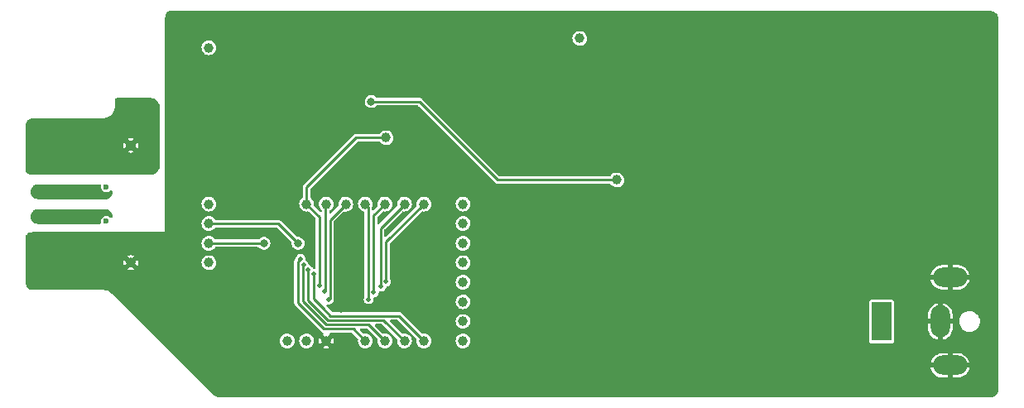
<source format=gbr>
%TF.GenerationSoftware,KiCad,Pcbnew,6.0.11+dfsg-1~bpo11+1*%
%TF.CreationDate,2024-03-27T19:00:14-04:00*%
%TF.ProjectId,Module - Adjustable single rail PSU,4d6f6475-6c65-4202-9d20-41646a757374,1.0.0*%
%TF.SameCoordinates,Original*%
%TF.FileFunction,Copper,L2,Bot*%
%TF.FilePolarity,Positive*%
%FSLAX46Y46*%
G04 Gerber Fmt 4.6, Leading zero omitted, Abs format (unit mm)*
G04 Created by KiCad (PCBNEW 6.0.11+dfsg-1~bpo11+1) date 2024-03-27 19:00:14*
%MOMM*%
%LPD*%
G01*
G04 APERTURE LIST*
%TA.AperFunction,ComponentPad*%
%ADD10C,1.000000*%
%TD*%
%TA.AperFunction,ComponentPad*%
%ADD11R,2.000000X4.000000*%
%TD*%
%TA.AperFunction,ComponentPad*%
%ADD12O,2.000000X3.300000*%
%TD*%
%TA.AperFunction,ComponentPad*%
%ADD13O,3.500000X2.000000*%
%TD*%
%TA.AperFunction,ViaPad*%
%ADD14C,0.600000*%
%TD*%
%TA.AperFunction,ViaPad*%
%ADD15C,0.800000*%
%TD*%
%TA.AperFunction,ViaPad*%
%ADD16C,1.600000*%
%TD*%
%TA.AperFunction,ViaPad*%
%ADD17C,0.500000*%
%TD*%
%TA.AperFunction,Conductor*%
%ADD18C,0.250000*%
%TD*%
G04 APERTURE END LIST*
D10*
%TO.P,TP3,1,1*%
%TO.N,Dat0*%
X69000000Y-106000000D03*
%TD*%
%TO.P,TP1,1,1*%
%TO.N,Vsrc*%
X61000000Y-94000000D03*
%TD*%
%TO.P,TPc4,1,1*%
%TO.N,PC4*%
X89000000Y-114000000D03*
%TD*%
%TO.P,TPb4,1,1*%
%TO.N,PB4*%
X95000000Y-108000000D03*
%TD*%
%TO.P,TPa2,1,1*%
%TO.N,PA2*%
X81000000Y-100000000D03*
%TD*%
%TO.P,TPc5,1,1*%
%TO.N,PC5*%
X91000000Y-114000000D03*
%TD*%
%TO.P,TP20,1,1*%
%TO.N,Vout*%
X110700000Y-97536000D03*
%TD*%
%TO.P,TPa4,1,1*%
%TO.N,PA4*%
X85000000Y-100000000D03*
%TD*%
%TO.P,TP11,1,1*%
%TO.N,PA1*%
X87122000Y-93218000D03*
%TD*%
%TO.P,TP19,1,1*%
%TO.N,GND*%
X81000000Y-114000000D03*
%TD*%
%TO.P,TPb1,1,1*%
%TO.N,PB1*%
X95000000Y-102000000D03*
%TD*%
%TO.P,TPc2,1,1*%
%TO.N,PC2*%
X85000000Y-114000000D03*
%TD*%
%TO.P,TPa7,1,1*%
%TO.N,PA7*%
X91000000Y-100000000D03*
%TD*%
%TO.P,TP2,1,1*%
%TO.N,GND*%
X61000000Y-106000000D03*
%TD*%
%TO.P,TPb5,1,1*%
%TO.N,PB5*%
X95000000Y-110000000D03*
%TD*%
%TO.P,TP7,1,1*%
%TO.N,/Vin*%
X69000000Y-84000000D03*
%TD*%
%TO.P,TP10,1,1*%
%TO.N,/Vmid*%
X106934000Y-83058000D03*
%TD*%
%TO.P,TPa0,1,1*%
%TO.N,~{RESET}*%
X79000000Y-114000000D03*
%TD*%
%TO.P,TPa6,1,1*%
%TO.N,PA6*%
X89000000Y-100000000D03*
%TD*%
%TO.P,TPa1,1,1*%
%TO.N,PA1*%
X79000000Y-100000000D03*
%TD*%
%TO.P,TPb2,1,1*%
%TO.N,PB2*%
X95000000Y-104000000D03*
%TD*%
%TO.P,TP6,1,1*%
%TO.N,SCL*%
X69000000Y-104000000D03*
%TD*%
%TO.P,TP15,1,1*%
%TO.N,I2C-Vcc*%
X77000000Y-114000000D03*
%TD*%
%TO.P,TPa5,1,1*%
%TO.N,PA5*%
X87000000Y-100000000D03*
%TD*%
%TO.P,TPb7,1,1*%
%TO.N,PB7*%
X95000000Y-114000000D03*
%TD*%
%TO.P,TPb0,1,1*%
%TO.N,PB0*%
X95000000Y-100000000D03*
%TD*%
D11*
%TO.P,J1,1*%
%TO.N,Vout*%
X137800000Y-112000000D03*
D12*
%TO.P,J1,2*%
%TO.N,GND*%
X143800000Y-112000000D03*
D13*
%TO.P,J1,3,MP*%
X144800000Y-116500000D03*
%TO.P,J1,4,MP*%
X144800000Y-107500000D03*
%TD*%
D10*
%TO.P,TPb3,1,1*%
%TO.N,PB3*%
X95000000Y-106000000D03*
%TD*%
%TO.P,TPc3,1,1*%
%TO.N,PC3*%
X87000000Y-114000000D03*
%TD*%
%TO.P,TPa3,1,1*%
%TO.N,PA3*%
X83000000Y-100000000D03*
%TD*%
%TO.P,TP4,1,1*%
%TO.N,I2C-Vcc*%
X69000000Y-100000000D03*
%TD*%
%TO.P,TP5,1,1*%
%TO.N,SDA*%
X69000000Y-102000000D03*
%TD*%
%TO.P,TPb6,1,1*%
%TO.N,PB6*%
X95000000Y-112000000D03*
%TD*%
D14*
%TO.N,I2C-Vcc*%
X58500000Y-98240000D03*
D15*
%TO.N,GND*%
X82360000Y-106200000D03*
D16*
X70040000Y-119000000D03*
D15*
X83260000Y-107010000D03*
D16*
X74000000Y-119000000D03*
X97282000Y-93472000D03*
X63000000Y-104000000D03*
X148000000Y-119000000D03*
X97282000Y-85852000D03*
X100584000Y-89662000D03*
X65532000Y-90170000D03*
X103886000Y-93472000D03*
D15*
X84160000Y-106200000D03*
X82360000Y-107900000D03*
D16*
X94742000Y-119000000D03*
X65532000Y-96012000D03*
X59000000Y-104000000D03*
X103886000Y-86106000D03*
D15*
X82485000Y-110701500D03*
X84160000Y-107900000D03*
D14*
%TO.N,Dat0*%
X58500000Y-101760000D03*
%TO.N,SDA*%
X58500000Y-99240000D03*
D15*
X78117000Y-104025000D03*
%TO.N,SCL*%
X74624000Y-104025000D03*
D14*
X58500000Y-100760000D03*
D17*
%TO.N,PA4*%
X85344000Y-109734193D03*
%TO.N,PA5*%
X85852000Y-109042000D03*
%TO.N,PA6*%
X86614000Y-108458000D03*
%TO.N,PA7*%
X87122000Y-107950000D03*
%TO.N,PA1*%
X80278500Y-108334500D03*
%TO.N,PA2*%
X80806212Y-108947500D03*
%TO.N,PA3*%
X81280000Y-109767057D03*
%TO.N,PC2*%
X78368658Y-105608314D03*
%TO.N,PC3*%
X78679577Y-106234919D03*
%TO.N,PC4*%
X79169830Y-106733874D03*
%TO.N,PC5*%
X79704000Y-107185500D03*
D16*
%TO.N,Vsrc*%
X63000000Y-96000000D03*
X59000000Y-96000000D03*
D15*
%TO.N,Vout*%
X85598000Y-89511500D03*
%TD*%
D18*
%TO.N,SDA*%
X69000000Y-102000000D02*
X76092000Y-102000000D01*
X76092000Y-102000000D02*
X78117000Y-104025000D01*
%TO.N,SCL*%
X74599000Y-104000000D02*
X74624000Y-104025000D01*
X69000000Y-104000000D02*
X74599000Y-104000000D01*
%TO.N,PA4*%
X85277000Y-109667193D02*
X85344000Y-109734193D01*
X85277000Y-100277000D02*
X85277000Y-109667193D01*
X85000000Y-100000000D02*
X85277000Y-100277000D01*
%TO.N,PA5*%
X85852000Y-109042000D02*
X85852000Y-101148000D01*
X85852000Y-101148000D02*
X87000000Y-100000000D01*
%TO.N,PA6*%
X86547000Y-108391000D02*
X86614000Y-108458000D01*
X89000000Y-100000000D02*
X86547000Y-102453000D01*
X86547000Y-102453000D02*
X86547000Y-108391000D01*
%TO.N,PA7*%
X87122000Y-103878000D02*
X91000000Y-100000000D01*
X87122000Y-107950000D02*
X87122000Y-103878000D01*
%TO.N,PA1*%
X80279000Y-108334000D02*
X80279000Y-101279000D01*
X80279000Y-101279000D02*
X79000000Y-100000000D01*
X79000000Y-98292000D02*
X79000000Y-100000000D01*
X87122000Y-93218000D02*
X84074000Y-93218000D01*
X80278500Y-108334500D02*
X80279000Y-108334000D01*
X84074000Y-93218000D02*
X79000000Y-98292000D01*
%TO.N,PA2*%
X80806212Y-108947500D02*
X80930712Y-108823000D01*
X80930712Y-100069288D02*
X81000000Y-100000000D01*
X80930712Y-108823000D02*
X80930712Y-100069288D01*
%TO.N,PA3*%
X81380712Y-109666345D02*
X81280000Y-109767057D01*
X81380712Y-101619288D02*
X81380712Y-109666345D01*
X83000000Y-100000000D02*
X81380712Y-101619288D01*
%TO.N,PC2*%
X78104577Y-110108577D02*
X78104577Y-105872395D01*
X78104577Y-105872395D02*
X78368658Y-105608314D01*
X85000000Y-114000000D02*
X83776000Y-112776000D01*
X83776000Y-112776000D02*
X80772000Y-112776000D01*
X80772000Y-112776000D02*
X78104577Y-110108577D01*
%TO.N,PC3*%
X87000000Y-114000000D02*
X85326000Y-112326000D01*
X85326000Y-112326000D02*
X80963000Y-112326000D01*
X80963000Y-112326000D02*
X78594830Y-109957830D01*
X78594830Y-106319666D02*
X78679577Y-106234919D01*
X78594830Y-109957830D02*
X78594830Y-106319666D01*
%TO.N,PC4*%
X89000000Y-114000000D02*
X86876000Y-111876000D01*
X79129000Y-109851000D02*
X79129000Y-106774704D01*
X79129000Y-106774704D02*
X79169830Y-106733874D01*
X86876000Y-111876000D02*
X81154000Y-111876000D01*
X81154000Y-111876000D02*
X79129000Y-109851000D01*
%TO.N,PC5*%
X91000000Y-114000000D02*
X88426000Y-111426000D01*
X81454000Y-111426000D02*
X80645000Y-110617000D01*
X79704000Y-107185500D02*
X79704000Y-109676000D01*
X79704000Y-109676000D02*
X80645000Y-110617000D01*
X88426000Y-111426000D02*
X81454000Y-111426000D01*
%TO.N,Vout*%
X110700000Y-97536000D02*
X98552000Y-97536000D01*
X98552000Y-97536000D02*
X90527500Y-89511500D01*
X90527500Y-89511500D02*
X85598000Y-89511500D01*
%TD*%
%TA.AperFunction,Conductor*%
%TO.N,SCL*%
G36*
X58389029Y-100508792D02*
G01*
X58537457Y-100525516D01*
X58564963Y-100531794D01*
X58699216Y-100578772D01*
X58724635Y-100591013D01*
X58845082Y-100666694D01*
X58867142Y-100684287D01*
X58967713Y-100784858D01*
X58985306Y-100806918D01*
X59060987Y-100927365D01*
X59073228Y-100952784D01*
X59120205Y-101087035D01*
X59126484Y-101114544D01*
X59142410Y-101255893D01*
X59142410Y-101284105D01*
X59137873Y-101324379D01*
X59110371Y-101389833D01*
X59051848Y-101430027D01*
X58980885Y-101432200D01*
X58920011Y-101395663D01*
X58912702Y-101386978D01*
X58900501Y-101371077D01*
X58900500Y-101371076D01*
X58895474Y-101364526D01*
X58888924Y-101359500D01*
X58888921Y-101359497D01*
X58786196Y-101280673D01*
X58786194Y-101280672D01*
X58779643Y-101275645D01*
X58644754Y-101219772D01*
X58500000Y-101200715D01*
X58491812Y-101201793D01*
X58363432Y-101218694D01*
X58363430Y-101218695D01*
X58355246Y-101219772D01*
X58307430Y-101239578D01*
X58227986Y-101272485D01*
X58227984Y-101272486D01*
X58220358Y-101275645D01*
X58104526Y-101364526D01*
X58015645Y-101480358D01*
X57959772Y-101615246D01*
X57940715Y-101760000D01*
X57941793Y-101768188D01*
X57957771Y-101889554D01*
X57946832Y-101959703D01*
X57899703Y-102012801D01*
X57832849Y-102032000D01*
X51531079Y-102032000D01*
X51516971Y-102031208D01*
X51368543Y-102014484D01*
X51341037Y-102008206D01*
X51206784Y-101961228D01*
X51181365Y-101948987D01*
X51060918Y-101873306D01*
X51038858Y-101855713D01*
X50938287Y-101755142D01*
X50920694Y-101733082D01*
X50845013Y-101612635D01*
X50832772Y-101587216D01*
X50785795Y-101452965D01*
X50779516Y-101425456D01*
X50763590Y-101284107D01*
X50763590Y-101255893D01*
X50779516Y-101114544D01*
X50785795Y-101087035D01*
X50832772Y-100952784D01*
X50845013Y-100927365D01*
X50920694Y-100806918D01*
X50938287Y-100784858D01*
X51038858Y-100684287D01*
X51060918Y-100666694D01*
X51181365Y-100591013D01*
X51206784Y-100578772D01*
X51341037Y-100531794D01*
X51368543Y-100525516D01*
X51516971Y-100508792D01*
X51531079Y-100508000D01*
X58374921Y-100508000D01*
X58389029Y-100508792D01*
G37*
%TD.AperFunction*%
%TD*%
%TA.AperFunction,Conductor*%
%TO.N,GND*%
G36*
X148987103Y-80256921D02*
G01*
X149000000Y-80259486D01*
X149012170Y-80257065D01*
X149019856Y-80257065D01*
X149032207Y-80257672D01*
X149133092Y-80267609D01*
X149157309Y-80272425D01*
X149273426Y-80307649D01*
X149296226Y-80317093D01*
X149403239Y-80374292D01*
X149423770Y-80388011D01*
X149517556Y-80464981D01*
X149535019Y-80482444D01*
X149611989Y-80576230D01*
X149625708Y-80596761D01*
X149682907Y-80703774D01*
X149692351Y-80726574D01*
X149727575Y-80842691D01*
X149732391Y-80866908D01*
X149742328Y-80967793D01*
X149742935Y-80980144D01*
X149742935Y-80987830D01*
X149740514Y-81000000D01*
X149742935Y-81012170D01*
X149743079Y-81012894D01*
X149745500Y-81037476D01*
X149745500Y-118962524D01*
X149743079Y-118987103D01*
X149740514Y-119000000D01*
X149742935Y-119012170D01*
X149742935Y-119019856D01*
X149742328Y-119032207D01*
X149732391Y-119133092D01*
X149727575Y-119157309D01*
X149692351Y-119273426D01*
X149682907Y-119296226D01*
X149625708Y-119403239D01*
X149611989Y-119423770D01*
X149535019Y-119517556D01*
X149517556Y-119535019D01*
X149423770Y-119611989D01*
X149403239Y-119625708D01*
X149296226Y-119682907D01*
X149273426Y-119692351D01*
X149157309Y-119727575D01*
X149133092Y-119732391D01*
X149032207Y-119742328D01*
X149019856Y-119742935D01*
X149012170Y-119742935D01*
X149000000Y-119740514D01*
X148987103Y-119743079D01*
X148962524Y-119745500D01*
X70180761Y-119745500D01*
X70156641Y-119743169D01*
X70143038Y-119740516D01*
X70130875Y-119742982D01*
X70118561Y-119743028D01*
X70107791Y-119742606D01*
X69971926Y-119731449D01*
X69950681Y-119727856D01*
X69841033Y-119699481D01*
X69794919Y-119687548D01*
X69774590Y-119680383D01*
X69653636Y-119625714D01*
X69627978Y-119614117D01*
X69609169Y-119603592D01*
X69476005Y-119513311D01*
X69459263Y-119499733D01*
X69361212Y-119405212D01*
X69354584Y-119396656D01*
X69353760Y-119397376D01*
X69345595Y-119388031D01*
X69339411Y-119377273D01*
X69318771Y-119361374D01*
X69306567Y-119350650D01*
X66723359Y-116767442D01*
X142820188Y-116767442D01*
X142882616Y-116970367D01*
X142886837Y-116980712D01*
X142984361Y-117169660D01*
X142990346Y-117179091D01*
X143119793Y-117347789D01*
X143127349Y-117356006D01*
X143284621Y-117499113D01*
X143293520Y-117505867D01*
X143473639Y-117618856D01*
X143483605Y-117623933D01*
X143680875Y-117703235D01*
X143691590Y-117706470D01*
X143900762Y-117749788D01*
X143909898Y-117750991D01*
X143960263Y-117753895D01*
X143963910Y-117754000D01*
X144527885Y-117754000D01*
X144543124Y-117749525D01*
X144544329Y-117748135D01*
X144546000Y-117740452D01*
X144546000Y-117735885D01*
X145054000Y-117735885D01*
X145058475Y-117751124D01*
X145059865Y-117752329D01*
X145067548Y-117754000D01*
X145603995Y-117754000D01*
X145609590Y-117753751D01*
X145767367Y-117739669D01*
X145778381Y-117737687D01*
X145983465Y-117681583D01*
X145993938Y-117677689D01*
X146185856Y-117586148D01*
X146195471Y-117580462D01*
X146368143Y-117456385D01*
X146376609Y-117449077D01*
X146524571Y-117296391D01*
X146531614Y-117287694D01*
X146650200Y-117111221D01*
X146655586Y-117101423D01*
X146741051Y-116906729D01*
X146744616Y-116896137D01*
X146774511Y-116771615D01*
X146773806Y-116757530D01*
X146764927Y-116754000D01*
X145072115Y-116754000D01*
X145056876Y-116758475D01*
X145055671Y-116759865D01*
X145054000Y-116767548D01*
X145054000Y-117735885D01*
X144546000Y-117735885D01*
X144546000Y-116772115D01*
X144541525Y-116756876D01*
X144540135Y-116755671D01*
X144532452Y-116754000D01*
X142835619Y-116754000D01*
X142821637Y-116758105D01*
X142820188Y-116767442D01*
X66723359Y-116767442D01*
X66184302Y-116228385D01*
X142825489Y-116228385D01*
X142826194Y-116242470D01*
X142835073Y-116246000D01*
X144527885Y-116246000D01*
X144543124Y-116241525D01*
X144544329Y-116240135D01*
X144546000Y-116232452D01*
X144546000Y-116227885D01*
X145054000Y-116227885D01*
X145058475Y-116243124D01*
X145059865Y-116244329D01*
X145067548Y-116246000D01*
X146764381Y-116246000D01*
X146778363Y-116241895D01*
X146779812Y-116232558D01*
X146717384Y-116029633D01*
X146713163Y-116019288D01*
X146615639Y-115830340D01*
X146609654Y-115820909D01*
X146480207Y-115652211D01*
X146472651Y-115643994D01*
X146315379Y-115500887D01*
X146306480Y-115494133D01*
X146126361Y-115381144D01*
X146116395Y-115376067D01*
X145919125Y-115296765D01*
X145908410Y-115293530D01*
X145699238Y-115250212D01*
X145690102Y-115249009D01*
X145639737Y-115246105D01*
X145636090Y-115246000D01*
X145072115Y-115246000D01*
X145056876Y-115250475D01*
X145055671Y-115251865D01*
X145054000Y-115259548D01*
X145054000Y-116227885D01*
X144546000Y-116227885D01*
X144546000Y-115264115D01*
X144541525Y-115248876D01*
X144540135Y-115247671D01*
X144532452Y-115246000D01*
X143996005Y-115246000D01*
X143990410Y-115246249D01*
X143832633Y-115260331D01*
X143821619Y-115262313D01*
X143616535Y-115318417D01*
X143606062Y-115322311D01*
X143414144Y-115413852D01*
X143404529Y-115419538D01*
X143231857Y-115543615D01*
X143223391Y-115550923D01*
X143075429Y-115703609D01*
X143068386Y-115712306D01*
X142949800Y-115888779D01*
X142944414Y-115898577D01*
X142858949Y-116093271D01*
X142855384Y-116103863D01*
X142825489Y-116228385D01*
X66184302Y-116228385D01*
X63945317Y-113989399D01*
X76240800Y-113989399D01*
X76257318Y-114157862D01*
X76310748Y-114318479D01*
X76314397Y-114324504D01*
X76341218Y-114368790D01*
X76398435Y-114463267D01*
X76403326Y-114468332D01*
X76403327Y-114468333D01*
X76427062Y-114492911D01*
X76516021Y-114585031D01*
X76657660Y-114677717D01*
X76816315Y-114736720D01*
X76823296Y-114737651D01*
X76823298Y-114737652D01*
X76977118Y-114758176D01*
X76977122Y-114758176D01*
X76984099Y-114759107D01*
X76991110Y-114758469D01*
X76991114Y-114758469D01*
X77145652Y-114744405D01*
X77152673Y-114743766D01*
X77313659Y-114691458D01*
X77459056Y-114604784D01*
X77581638Y-114488052D01*
X77585539Y-114482181D01*
X77671410Y-114352935D01*
X77671411Y-114352933D01*
X77675311Y-114347063D01*
X77735420Y-114188824D01*
X77748002Y-114099301D01*
X77758427Y-114025123D01*
X77758427Y-114025118D01*
X77758978Y-114021200D01*
X77759274Y-114000000D01*
X77758085Y-113989399D01*
X78240800Y-113989399D01*
X78257318Y-114157862D01*
X78310748Y-114318479D01*
X78314397Y-114324504D01*
X78341218Y-114368790D01*
X78398435Y-114463267D01*
X78403326Y-114468332D01*
X78403327Y-114468333D01*
X78427062Y-114492911D01*
X78516021Y-114585031D01*
X78657660Y-114677717D01*
X78816315Y-114736720D01*
X78823296Y-114737651D01*
X78823298Y-114737652D01*
X78977118Y-114758176D01*
X78977122Y-114758176D01*
X78984099Y-114759107D01*
X78991110Y-114758469D01*
X78991114Y-114758469D01*
X79145652Y-114744405D01*
X79152673Y-114743766D01*
X79313659Y-114691458D01*
X79327249Y-114683357D01*
X80681473Y-114683357D01*
X80684256Y-114687075D01*
X80809835Y-114733777D01*
X80823421Y-114737164D01*
X80977128Y-114757674D01*
X80991124Y-114757967D01*
X81145550Y-114743912D01*
X81159276Y-114741095D01*
X81306752Y-114693177D01*
X81311688Y-114690938D01*
X81318969Y-114683086D01*
X81315464Y-114674674D01*
X81012812Y-114372022D01*
X80998868Y-114364408D01*
X80997035Y-114364539D01*
X80990420Y-114368790D01*
X80688233Y-114670977D01*
X80681473Y-114683357D01*
X79327249Y-114683357D01*
X79459056Y-114604784D01*
X79581638Y-114488052D01*
X79585539Y-114482181D01*
X79671410Y-114352935D01*
X79671411Y-114352933D01*
X79675311Y-114347063D01*
X79735420Y-114188824D01*
X79748002Y-114099301D01*
X79758427Y-114025123D01*
X79758427Y-114025118D01*
X79758978Y-114021200D01*
X79759274Y-114000000D01*
X79758872Y-113996418D01*
X80241991Y-113996418D01*
X80257123Y-114150748D01*
X80260034Y-114164442D01*
X80308980Y-114311581D01*
X80309687Y-114313110D01*
X80316497Y-114319336D01*
X80325117Y-114315673D01*
X80627978Y-114012812D01*
X80634356Y-114001132D01*
X81364408Y-114001132D01*
X81364539Y-114002965D01*
X81368790Y-114009580D01*
X81670635Y-114311425D01*
X81683015Y-114318185D01*
X81686831Y-114315328D01*
X81732431Y-114195285D01*
X81735913Y-114181724D01*
X81757924Y-114025109D01*
X81758530Y-114017225D01*
X81758716Y-114003962D01*
X81758329Y-113996062D01*
X81740700Y-113838891D01*
X81737599Y-113825245D01*
X81690960Y-113691317D01*
X81682757Y-113679844D01*
X81678749Y-113680625D01*
X81678139Y-113681071D01*
X81372022Y-113987188D01*
X81364408Y-114001132D01*
X80634356Y-114001132D01*
X80635592Y-113998868D01*
X80635461Y-113997035D01*
X80631210Y-113990420D01*
X80328650Y-113687860D01*
X80316270Y-113681100D01*
X80312648Y-113683811D01*
X80264913Y-113814962D01*
X80261621Y-113828570D01*
X80242187Y-113982412D01*
X80241991Y-113996418D01*
X79758872Y-113996418D01*
X79745631Y-113878363D01*
X79741191Y-113838780D01*
X79741190Y-113838777D01*
X79740406Y-113831784D01*
X79684738Y-113671929D01*
X79595038Y-113528379D01*
X79475764Y-113408269D01*
X79332844Y-113317569D01*
X79305442Y-113307812D01*
X79180016Y-113263149D01*
X79180011Y-113263148D01*
X79173381Y-113260787D01*
X79166395Y-113259954D01*
X79166391Y-113259953D01*
X79047287Y-113245751D01*
X79005301Y-113240745D01*
X78998298Y-113241481D01*
X78998297Y-113241481D01*
X78843965Y-113257701D01*
X78843961Y-113257702D01*
X78836957Y-113258438D01*
X78830286Y-113260709D01*
X78683387Y-113310717D01*
X78683384Y-113310718D01*
X78676717Y-113312988D01*
X78670719Y-113316678D01*
X78670717Y-113316679D01*
X78538543Y-113397993D01*
X78538541Y-113397995D01*
X78532544Y-113401684D01*
X78411605Y-113520117D01*
X78319909Y-113662400D01*
X78309384Y-113691317D01*
X78264425Y-113814840D01*
X78264424Y-113814845D01*
X78262015Y-113821463D01*
X78240800Y-113989399D01*
X77758085Y-113989399D01*
X77745631Y-113878363D01*
X77741191Y-113838780D01*
X77741190Y-113838777D01*
X77740406Y-113831784D01*
X77684738Y-113671929D01*
X77595038Y-113528379D01*
X77475764Y-113408269D01*
X77332844Y-113317569D01*
X77305442Y-113307812D01*
X77180016Y-113263149D01*
X77180011Y-113263148D01*
X77173381Y-113260787D01*
X77166395Y-113259954D01*
X77166391Y-113259953D01*
X77047287Y-113245751D01*
X77005301Y-113240745D01*
X76998298Y-113241481D01*
X76998297Y-113241481D01*
X76843965Y-113257701D01*
X76843961Y-113257702D01*
X76836957Y-113258438D01*
X76830286Y-113260709D01*
X76683387Y-113310717D01*
X76683384Y-113310718D01*
X76676717Y-113312988D01*
X76670719Y-113316678D01*
X76670717Y-113316679D01*
X76538543Y-113397993D01*
X76538541Y-113397995D01*
X76532544Y-113401684D01*
X76411605Y-113520117D01*
X76319909Y-113662400D01*
X76309384Y-113691317D01*
X76264425Y-113814840D01*
X76264424Y-113814845D01*
X76262015Y-113821463D01*
X76240800Y-113989399D01*
X63945317Y-113989399D01*
X60046371Y-110090453D01*
X77720257Y-110090453D01*
X77721481Y-110100794D01*
X77724204Y-110123800D01*
X77724554Y-110129731D01*
X77724649Y-110129723D01*
X77725077Y-110134901D01*
X77725077Y-110140101D01*
X77725931Y-110145230D01*
X77725931Y-110145233D01*
X77728246Y-110159142D01*
X77729083Y-110165020D01*
X77733735Y-110204323D01*
X77735107Y-110215918D01*
X77739070Y-110224170D01*
X77740573Y-110233203D01*
X77745520Y-110242372D01*
X77745521Y-110242374D01*
X77764911Y-110278309D01*
X77767608Y-110283602D01*
X77786362Y-110322659D01*
X77786365Y-110322663D01*
X77789796Y-110329809D01*
X77793391Y-110334085D01*
X77795314Y-110336008D01*
X77797086Y-110337940D01*
X77797129Y-110338019D01*
X77797005Y-110338132D01*
X77797481Y-110338672D01*
X77800567Y-110344391D01*
X77808212Y-110351458D01*
X77840163Y-110380993D01*
X77843729Y-110384423D01*
X80465522Y-113006216D01*
X80480664Y-113024964D01*
X80481779Y-113026189D01*
X80487429Y-113034940D01*
X80495607Y-113041387D01*
X80495609Y-113041389D01*
X80513800Y-113055729D01*
X80518241Y-113059675D01*
X80518303Y-113059602D01*
X80522267Y-113062961D01*
X80525944Y-113066638D01*
X80541692Y-113077892D01*
X80546362Y-113081398D01*
X80586647Y-113113156D01*
X80595281Y-113116188D01*
X80602734Y-113121514D01*
X80612714Y-113124499D01*
X80622062Y-113129078D01*
X80621288Y-113130658D01*
X80670570Y-113162677D01*
X80699740Y-113227404D01*
X80689286Y-113297627D01*
X80680012Y-113311670D01*
X80679561Y-113314420D01*
X80684089Y-113324879D01*
X80987188Y-113627978D01*
X81001132Y-113635592D01*
X81002965Y-113635461D01*
X81009580Y-113631210D01*
X81312544Y-113328246D01*
X81320158Y-113314302D01*
X81318455Y-113290490D01*
X81333546Y-113221115D01*
X81383748Y-113170913D01*
X81444134Y-113155500D01*
X83566616Y-113155500D01*
X83634737Y-113175502D01*
X83655711Y-113192405D01*
X84220920Y-113757614D01*
X84254946Y-113819926D01*
X84256831Y-113862500D01*
X84240800Y-113989399D01*
X84257318Y-114157862D01*
X84310748Y-114318479D01*
X84314397Y-114324504D01*
X84341218Y-114368790D01*
X84398435Y-114463267D01*
X84403326Y-114468332D01*
X84403327Y-114468333D01*
X84427062Y-114492911D01*
X84516021Y-114585031D01*
X84657660Y-114677717D01*
X84816315Y-114736720D01*
X84823296Y-114737651D01*
X84823298Y-114737652D01*
X84977118Y-114758176D01*
X84977122Y-114758176D01*
X84984099Y-114759107D01*
X84991110Y-114758469D01*
X84991114Y-114758469D01*
X85145652Y-114744405D01*
X85152673Y-114743766D01*
X85313659Y-114691458D01*
X85459056Y-114604784D01*
X85581638Y-114488052D01*
X85585539Y-114482181D01*
X85671410Y-114352935D01*
X85671411Y-114352933D01*
X85675311Y-114347063D01*
X85735420Y-114188824D01*
X85748002Y-114099301D01*
X85758427Y-114025123D01*
X85758427Y-114025118D01*
X85758978Y-114021200D01*
X85759274Y-114000000D01*
X85745631Y-113878363D01*
X85741191Y-113838780D01*
X85741190Y-113838777D01*
X85740406Y-113831784D01*
X85684738Y-113671929D01*
X85595038Y-113528379D01*
X85475764Y-113408269D01*
X85332844Y-113317569D01*
X85305442Y-113307812D01*
X85180016Y-113263149D01*
X85180011Y-113263148D01*
X85173381Y-113260787D01*
X85166395Y-113259954D01*
X85166391Y-113259953D01*
X85047287Y-113245751D01*
X85005301Y-113240745D01*
X84998298Y-113241481D01*
X84998297Y-113241481D01*
X84858878Y-113256134D01*
X84789040Y-113243362D01*
X84756613Y-113219919D01*
X84457289Y-112920595D01*
X84423263Y-112858283D01*
X84428328Y-112787468D01*
X84470875Y-112730632D01*
X84537395Y-112705821D01*
X84546384Y-112705500D01*
X85116616Y-112705500D01*
X85184737Y-112725502D01*
X85205711Y-112742405D01*
X86220920Y-113757614D01*
X86254946Y-113819926D01*
X86256831Y-113862500D01*
X86240800Y-113989399D01*
X86257318Y-114157862D01*
X86310748Y-114318479D01*
X86314397Y-114324504D01*
X86341218Y-114368790D01*
X86398435Y-114463267D01*
X86403326Y-114468332D01*
X86403327Y-114468333D01*
X86427062Y-114492911D01*
X86516021Y-114585031D01*
X86657660Y-114677717D01*
X86816315Y-114736720D01*
X86823296Y-114737651D01*
X86823298Y-114737652D01*
X86977118Y-114758176D01*
X86977122Y-114758176D01*
X86984099Y-114759107D01*
X86991110Y-114758469D01*
X86991114Y-114758469D01*
X87145652Y-114744405D01*
X87152673Y-114743766D01*
X87313659Y-114691458D01*
X87459056Y-114604784D01*
X87581638Y-114488052D01*
X87585539Y-114482181D01*
X87671410Y-114352935D01*
X87671411Y-114352933D01*
X87675311Y-114347063D01*
X87735420Y-114188824D01*
X87748002Y-114099301D01*
X87758427Y-114025123D01*
X87758427Y-114025118D01*
X87758978Y-114021200D01*
X87759274Y-114000000D01*
X87745631Y-113878363D01*
X87741191Y-113838780D01*
X87741190Y-113838777D01*
X87740406Y-113831784D01*
X87684738Y-113671929D01*
X87595038Y-113528379D01*
X87475764Y-113408269D01*
X87332844Y-113317569D01*
X87305442Y-113307812D01*
X87180016Y-113263149D01*
X87180011Y-113263148D01*
X87173381Y-113260787D01*
X87166395Y-113259954D01*
X87166391Y-113259953D01*
X87047287Y-113245751D01*
X87005301Y-113240745D01*
X86998298Y-113241481D01*
X86998297Y-113241481D01*
X86858878Y-113256134D01*
X86789040Y-113243362D01*
X86756613Y-113219919D01*
X86007289Y-112470595D01*
X85973263Y-112408283D01*
X85978328Y-112337468D01*
X86020875Y-112280632D01*
X86087395Y-112255821D01*
X86096384Y-112255500D01*
X86666616Y-112255500D01*
X86734737Y-112275502D01*
X86755711Y-112292405D01*
X88220920Y-113757614D01*
X88254946Y-113819926D01*
X88256831Y-113862500D01*
X88240800Y-113989399D01*
X88257318Y-114157862D01*
X88310748Y-114318479D01*
X88314397Y-114324504D01*
X88341218Y-114368790D01*
X88398435Y-114463267D01*
X88403326Y-114468332D01*
X88403327Y-114468333D01*
X88427062Y-114492911D01*
X88516021Y-114585031D01*
X88657660Y-114677717D01*
X88816315Y-114736720D01*
X88823296Y-114737651D01*
X88823298Y-114737652D01*
X88977118Y-114758176D01*
X88977122Y-114758176D01*
X88984099Y-114759107D01*
X88991110Y-114758469D01*
X88991114Y-114758469D01*
X89145652Y-114744405D01*
X89152673Y-114743766D01*
X89313659Y-114691458D01*
X89459056Y-114604784D01*
X89581638Y-114488052D01*
X89585539Y-114482181D01*
X89671410Y-114352935D01*
X89671411Y-114352933D01*
X89675311Y-114347063D01*
X89735420Y-114188824D01*
X89748002Y-114099301D01*
X89758427Y-114025123D01*
X89758427Y-114025118D01*
X89758978Y-114021200D01*
X89759274Y-114000000D01*
X89745631Y-113878363D01*
X89741191Y-113838780D01*
X89741190Y-113838777D01*
X89740406Y-113831784D01*
X89684738Y-113671929D01*
X89595038Y-113528379D01*
X89475764Y-113408269D01*
X89332844Y-113317569D01*
X89305442Y-113307812D01*
X89180016Y-113263149D01*
X89180011Y-113263148D01*
X89173381Y-113260787D01*
X89166395Y-113259954D01*
X89166391Y-113259953D01*
X89047287Y-113245751D01*
X89005301Y-113240745D01*
X88998298Y-113241481D01*
X88998297Y-113241481D01*
X88858878Y-113256134D01*
X88789040Y-113243362D01*
X88756613Y-113219919D01*
X87557289Y-112020595D01*
X87523263Y-111958283D01*
X87528328Y-111887468D01*
X87570875Y-111830632D01*
X87637395Y-111805821D01*
X87646384Y-111805500D01*
X88216616Y-111805500D01*
X88284737Y-111825502D01*
X88305711Y-111842405D01*
X90220920Y-113757614D01*
X90254946Y-113819926D01*
X90256831Y-113862500D01*
X90240800Y-113989399D01*
X90257318Y-114157862D01*
X90310748Y-114318479D01*
X90314397Y-114324504D01*
X90341218Y-114368790D01*
X90398435Y-114463267D01*
X90403326Y-114468332D01*
X90403327Y-114468333D01*
X90427062Y-114492911D01*
X90516021Y-114585031D01*
X90657660Y-114677717D01*
X90816315Y-114736720D01*
X90823296Y-114737651D01*
X90823298Y-114737652D01*
X90977118Y-114758176D01*
X90977122Y-114758176D01*
X90984099Y-114759107D01*
X90991110Y-114758469D01*
X90991114Y-114758469D01*
X91145652Y-114744405D01*
X91152673Y-114743766D01*
X91313659Y-114691458D01*
X91459056Y-114604784D01*
X91581638Y-114488052D01*
X91585539Y-114482181D01*
X91671410Y-114352935D01*
X91671411Y-114352933D01*
X91675311Y-114347063D01*
X91735420Y-114188824D01*
X91748002Y-114099301D01*
X91758427Y-114025123D01*
X91758427Y-114025118D01*
X91758978Y-114021200D01*
X91759274Y-114000000D01*
X91758085Y-113989399D01*
X94240800Y-113989399D01*
X94257318Y-114157862D01*
X94310748Y-114318479D01*
X94314397Y-114324504D01*
X94341218Y-114368790D01*
X94398435Y-114463267D01*
X94403326Y-114468332D01*
X94403327Y-114468333D01*
X94427062Y-114492911D01*
X94516021Y-114585031D01*
X94657660Y-114677717D01*
X94816315Y-114736720D01*
X94823296Y-114737651D01*
X94823298Y-114737652D01*
X94977118Y-114758176D01*
X94977122Y-114758176D01*
X94984099Y-114759107D01*
X94991110Y-114758469D01*
X94991114Y-114758469D01*
X95145652Y-114744405D01*
X95152673Y-114743766D01*
X95313659Y-114691458D01*
X95459056Y-114604784D01*
X95581638Y-114488052D01*
X95585539Y-114482181D01*
X95671410Y-114352935D01*
X95671411Y-114352933D01*
X95675311Y-114347063D01*
X95735420Y-114188824D01*
X95748002Y-114099301D01*
X95758427Y-114025123D01*
X95758427Y-114025118D01*
X95758978Y-114021200D01*
X95759274Y-114000000D01*
X95745631Y-113878363D01*
X95741191Y-113838780D01*
X95741190Y-113838777D01*
X95740406Y-113831784D01*
X95684738Y-113671929D01*
X95595038Y-113528379D01*
X95475764Y-113408269D01*
X95332844Y-113317569D01*
X95305442Y-113307812D01*
X95180016Y-113263149D01*
X95180011Y-113263148D01*
X95173381Y-113260787D01*
X95166395Y-113259954D01*
X95166391Y-113259953D01*
X95047287Y-113245751D01*
X95005301Y-113240745D01*
X94998298Y-113241481D01*
X94998297Y-113241481D01*
X94843965Y-113257701D01*
X94843961Y-113257702D01*
X94836957Y-113258438D01*
X94830286Y-113260709D01*
X94683387Y-113310717D01*
X94683384Y-113310718D01*
X94676717Y-113312988D01*
X94670719Y-113316678D01*
X94670717Y-113316679D01*
X94538543Y-113397993D01*
X94538541Y-113397995D01*
X94532544Y-113401684D01*
X94411605Y-113520117D01*
X94319909Y-113662400D01*
X94309384Y-113691317D01*
X94264425Y-113814840D01*
X94264424Y-113814845D01*
X94262015Y-113821463D01*
X94240800Y-113989399D01*
X91758085Y-113989399D01*
X91745631Y-113878363D01*
X91741191Y-113838780D01*
X91741190Y-113838777D01*
X91740406Y-113831784D01*
X91684738Y-113671929D01*
X91595038Y-113528379D01*
X91475764Y-113408269D01*
X91332844Y-113317569D01*
X91305442Y-113307812D01*
X91180016Y-113263149D01*
X91180011Y-113263148D01*
X91173381Y-113260787D01*
X91166395Y-113259954D01*
X91166391Y-113259953D01*
X91047287Y-113245751D01*
X91005301Y-113240745D01*
X90998298Y-113241481D01*
X90998297Y-113241481D01*
X90858878Y-113256134D01*
X90789040Y-113243362D01*
X90756613Y-113219919D01*
X89526093Y-111989399D01*
X94240800Y-111989399D01*
X94257318Y-112157862D01*
X94310748Y-112318479D01*
X94314397Y-112324504D01*
X94362981Y-112404725D01*
X94398435Y-112463267D01*
X94403326Y-112468332D01*
X94403327Y-112468333D01*
X94427062Y-112492911D01*
X94516021Y-112585031D01*
X94657660Y-112677717D01*
X94816315Y-112736720D01*
X94823296Y-112737651D01*
X94823298Y-112737652D01*
X94977118Y-112758176D01*
X94977122Y-112758176D01*
X94984099Y-112759107D01*
X94991110Y-112758469D01*
X94991114Y-112758469D01*
X95145652Y-112744405D01*
X95152673Y-112743766D01*
X95313659Y-112691458D01*
X95459056Y-112604784D01*
X95581638Y-112488052D01*
X95585539Y-112482181D01*
X95671410Y-112352935D01*
X95671411Y-112352933D01*
X95675311Y-112347063D01*
X95735420Y-112188824D01*
X95758978Y-112021200D01*
X95759274Y-112000000D01*
X95746652Y-111887468D01*
X95741191Y-111838780D01*
X95741190Y-111838777D01*
X95740406Y-111831784D01*
X95684738Y-111671929D01*
X95595038Y-111528379D01*
X95475764Y-111408269D01*
X95467035Y-111402729D01*
X95421245Y-111373670D01*
X95332844Y-111317569D01*
X95272285Y-111296005D01*
X95180016Y-111263149D01*
X95180011Y-111263148D01*
X95173381Y-111260787D01*
X95166395Y-111259954D01*
X95166391Y-111259953D01*
X95034628Y-111244242D01*
X95005301Y-111240745D01*
X94998298Y-111241481D01*
X94998297Y-111241481D01*
X94843965Y-111257701D01*
X94843961Y-111257702D01*
X94836957Y-111258438D01*
X94830286Y-111260709D01*
X94683387Y-111310717D01*
X94683384Y-111310718D01*
X94676717Y-111312988D01*
X94670719Y-111316678D01*
X94670717Y-111316679D01*
X94538543Y-111397993D01*
X94538541Y-111397995D01*
X94532544Y-111401684D01*
X94411605Y-111520117D01*
X94407794Y-111526031D01*
X94407792Y-111526033D01*
X94354333Y-111608985D01*
X94319909Y-111662400D01*
X94317498Y-111669025D01*
X94264425Y-111814840D01*
X94264424Y-111814845D01*
X94262015Y-111821463D01*
X94240800Y-111989399D01*
X89526093Y-111989399D01*
X88732478Y-111195784D01*
X88717336Y-111177036D01*
X88716221Y-111175811D01*
X88710571Y-111167060D01*
X88702393Y-111160613D01*
X88702391Y-111160611D01*
X88684200Y-111146271D01*
X88679759Y-111142325D01*
X88679697Y-111142398D01*
X88675733Y-111139039D01*
X88672056Y-111135362D01*
X88656308Y-111124108D01*
X88651638Y-111120602D01*
X88611353Y-111088844D01*
X88602719Y-111085812D01*
X88595266Y-111080486D01*
X88546150Y-111065797D01*
X88540508Y-111063964D01*
X88499633Y-111049610D01*
X88499632Y-111049610D01*
X88492149Y-111046982D01*
X88486584Y-111046500D01*
X88483876Y-111046500D01*
X88481242Y-111046386D01*
X88481144Y-111046357D01*
X88481151Y-111046193D01*
X88480447Y-111046149D01*
X88474222Y-111044287D01*
X88420365Y-111046403D01*
X88415418Y-111046500D01*
X81663386Y-111046500D01*
X81595265Y-111026498D01*
X81574291Y-111009596D01*
X81306283Y-110741588D01*
X81031708Y-110467014D01*
X80997683Y-110404701D01*
X81002747Y-110333886D01*
X81045294Y-110277050D01*
X81111814Y-110252239D01*
X81158377Y-110257651D01*
X81189940Y-110267512D01*
X81189943Y-110267513D01*
X81198510Y-110270189D01*
X81342998Y-110272837D01*
X81362530Y-110267512D01*
X81473763Y-110237187D01*
X81473765Y-110237186D01*
X81482422Y-110234826D01*
X81605572Y-110159211D01*
X81702551Y-110052071D01*
X81765560Y-109922019D01*
X81789536Y-109779510D01*
X81789688Y-109767057D01*
X81779347Y-109694853D01*
X81770474Y-109632892D01*
X81770473Y-109632890D01*
X81769201Y-109624005D01*
X81765485Y-109615832D01*
X81765277Y-109615121D01*
X81760212Y-109579756D01*
X81760212Y-101828672D01*
X81780214Y-101760551D01*
X81797117Y-101739577D01*
X82757864Y-100778830D01*
X82820176Y-100744804D01*
X82863622Y-100743032D01*
X82896717Y-100747448D01*
X82977118Y-100758176D01*
X82977122Y-100758176D01*
X82984099Y-100759107D01*
X82991110Y-100758469D01*
X82991114Y-100758469D01*
X83145652Y-100744405D01*
X83152673Y-100743766D01*
X83313659Y-100691458D01*
X83459056Y-100604784D01*
X83581638Y-100488052D01*
X83586750Y-100480358D01*
X83671410Y-100352935D01*
X83671411Y-100352933D01*
X83675311Y-100347063D01*
X83735420Y-100188824D01*
X83758978Y-100021200D01*
X83759274Y-100000000D01*
X83758085Y-99989399D01*
X84240800Y-99989399D01*
X84257318Y-100157862D01*
X84310748Y-100318479D01*
X84398435Y-100463267D01*
X84403326Y-100468332D01*
X84403327Y-100468333D01*
X84427062Y-100492911D01*
X84516021Y-100585031D01*
X84657660Y-100677717D01*
X84799389Y-100730425D01*
X84815420Y-100736387D01*
X84872296Y-100778880D01*
X84897170Y-100845376D01*
X84897500Y-100854485D01*
X84897500Y-109469918D01*
X84885555Y-109523467D01*
X84856583Y-109585175D01*
X84855203Y-109594039D01*
X84855202Y-109594042D01*
X84838583Y-109700782D01*
X84834350Y-109727966D01*
X84835514Y-109736868D01*
X84835514Y-109736871D01*
X84847491Y-109828455D01*
X84853088Y-109871258D01*
X84911289Y-110003532D01*
X84917063Y-110010401D01*
X84993047Y-110100794D01*
X85004276Y-110114153D01*
X85011747Y-110119126D01*
X85011748Y-110119127D01*
X85117101Y-110189256D01*
X85117103Y-110189257D01*
X85124574Y-110194230D01*
X85133138Y-110196906D01*
X85133141Y-110196907D01*
X85191988Y-110215292D01*
X85262510Y-110237325D01*
X85406998Y-110239973D01*
X85426530Y-110234648D01*
X85537763Y-110204323D01*
X85537765Y-110204322D01*
X85546422Y-110201962D01*
X85669572Y-110126347D01*
X85766551Y-110019207D01*
X85780993Y-109989399D01*
X94240800Y-109989399D01*
X94257318Y-110157862D01*
X94310748Y-110318479D01*
X94398435Y-110463267D01*
X94403326Y-110468332D01*
X94403327Y-110468333D01*
X94427062Y-110492911D01*
X94516021Y-110585031D01*
X94657660Y-110677717D01*
X94816315Y-110736720D01*
X94823296Y-110737651D01*
X94823298Y-110737652D01*
X94977118Y-110758176D01*
X94977122Y-110758176D01*
X94984099Y-110759107D01*
X94991110Y-110758469D01*
X94991114Y-110758469D01*
X95145652Y-110744405D01*
X95152673Y-110743766D01*
X95313659Y-110691458D01*
X95459056Y-110604784D01*
X95581638Y-110488052D01*
X95585539Y-110482181D01*
X95671410Y-110352935D01*
X95671411Y-110352933D01*
X95675311Y-110347063D01*
X95735420Y-110188824D01*
X95750910Y-110078605D01*
X95758427Y-110025123D01*
X95758427Y-110025118D01*
X95758978Y-110021200D01*
X95759274Y-110000000D01*
X95756462Y-109974933D01*
X136545500Y-109974933D01*
X136545501Y-114025066D01*
X136560266Y-114099301D01*
X136616516Y-114183484D01*
X136700699Y-114239734D01*
X136774933Y-114254500D01*
X137799834Y-114254500D01*
X138825066Y-114254499D01*
X138860818Y-114247388D01*
X138887126Y-114242156D01*
X138887128Y-114242155D01*
X138899301Y-114239734D01*
X138909621Y-114232839D01*
X138909622Y-114232838D01*
X138973168Y-114190377D01*
X138983484Y-114183484D01*
X139039734Y-114099301D01*
X139054500Y-114025067D01*
X139054499Y-112703995D01*
X142546000Y-112703995D01*
X142546249Y-112709590D01*
X142560331Y-112867367D01*
X142562313Y-112878381D01*
X142618417Y-113083465D01*
X142622311Y-113093938D01*
X142713852Y-113285856D01*
X142719538Y-113295471D01*
X142843615Y-113468143D01*
X142850923Y-113476609D01*
X143003609Y-113624571D01*
X143012306Y-113631614D01*
X143188779Y-113750200D01*
X143198577Y-113755586D01*
X143393271Y-113841051D01*
X143403863Y-113844616D01*
X143528385Y-113874511D01*
X143542470Y-113873806D01*
X143546000Y-113864927D01*
X143546000Y-113864381D01*
X144054000Y-113864381D01*
X144058105Y-113878363D01*
X144067442Y-113879812D01*
X144270367Y-113817384D01*
X144280712Y-113813163D01*
X144469660Y-113715639D01*
X144479091Y-113709654D01*
X144647789Y-113580207D01*
X144656006Y-113572651D01*
X144799113Y-113415379D01*
X144805867Y-113406480D01*
X144918856Y-113226361D01*
X144923933Y-113216395D01*
X145003235Y-113019125D01*
X145006470Y-113008410D01*
X145049788Y-112799238D01*
X145050991Y-112790102D01*
X145053895Y-112739737D01*
X145054000Y-112736090D01*
X145054000Y-112272115D01*
X145049525Y-112256876D01*
X145048135Y-112255671D01*
X145040452Y-112254000D01*
X144072115Y-112254000D01*
X144056876Y-112258475D01*
X144055671Y-112259865D01*
X144054000Y-112267548D01*
X144054000Y-113864381D01*
X143546000Y-113864381D01*
X143546000Y-112272115D01*
X143541525Y-112256876D01*
X143540135Y-112255671D01*
X143532452Y-112254000D01*
X142564115Y-112254000D01*
X142548876Y-112258475D01*
X142547671Y-112259865D01*
X142546000Y-112267548D01*
X142546000Y-112703995D01*
X139054499Y-112703995D01*
X139054499Y-111992603D01*
X145740424Y-111992603D01*
X145759166Y-112198550D01*
X145817554Y-112396934D01*
X145820411Y-112402399D01*
X145910508Y-112574739D01*
X145910511Y-112574743D01*
X145913363Y-112580199D01*
X145917223Y-112584999D01*
X145917223Y-112585000D01*
X145920350Y-112588889D01*
X146042943Y-112741365D01*
X146201360Y-112874292D01*
X146382578Y-112973918D01*
X146579696Y-113036447D01*
X146585813Y-113037133D01*
X146585817Y-113037134D01*
X146661837Y-113045661D01*
X146740640Y-113054500D01*
X146852034Y-113054500D01*
X147005811Y-113039422D01*
X147203783Y-112979651D01*
X147314851Y-112920595D01*
X147380933Y-112885459D01*
X147380936Y-112885457D01*
X147386375Y-112882565D01*
X147391145Y-112878674D01*
X147391149Y-112878672D01*
X147541857Y-112755758D01*
X147541860Y-112755755D01*
X147546632Y-112751863D01*
X147552802Y-112744405D01*
X147674522Y-112597271D01*
X147674525Y-112597266D01*
X147678450Y-112592522D01*
X147681382Y-112587100D01*
X147773878Y-112416032D01*
X147773880Y-112416027D01*
X147776808Y-112410612D01*
X147837960Y-112213063D01*
X147839485Y-112198550D01*
X147858932Y-112013526D01*
X147858932Y-112013524D01*
X147859576Y-112007397D01*
X147840834Y-111801450D01*
X147782446Y-111603066D01*
X147746524Y-111534353D01*
X147689492Y-111425261D01*
X147689489Y-111425257D01*
X147686637Y-111419801D01*
X147681089Y-111412900D01*
X147587103Y-111296005D01*
X147557057Y-111258635D01*
X147398640Y-111125708D01*
X147217422Y-111026082D01*
X147020304Y-110963553D01*
X147014187Y-110962867D01*
X147014183Y-110962866D01*
X146938163Y-110954339D01*
X146859360Y-110945500D01*
X146747966Y-110945500D01*
X146594189Y-110960578D01*
X146396217Y-111020349D01*
X146346901Y-111046571D01*
X146219067Y-111114541D01*
X146219064Y-111114543D01*
X146213625Y-111117435D01*
X146208855Y-111121326D01*
X146208851Y-111121328D01*
X146058143Y-111244242D01*
X146058140Y-111244245D01*
X146053368Y-111248137D01*
X146049441Y-111252884D01*
X146049439Y-111252886D01*
X145925478Y-111402729D01*
X145925475Y-111402734D01*
X145921550Y-111407478D01*
X145918620Y-111412897D01*
X145918618Y-111412900D01*
X145826122Y-111583968D01*
X145826120Y-111583973D01*
X145823192Y-111589388D01*
X145762040Y-111786937D01*
X145761396Y-111793062D01*
X145761396Y-111793063D01*
X145757448Y-111830632D01*
X145740424Y-111992603D01*
X139054499Y-111992603D01*
X139054499Y-111727885D01*
X142546000Y-111727885D01*
X142550475Y-111743124D01*
X142551865Y-111744329D01*
X142559548Y-111746000D01*
X143527885Y-111746000D01*
X143543124Y-111741525D01*
X143544329Y-111740135D01*
X143546000Y-111732452D01*
X143546000Y-111727885D01*
X144054000Y-111727885D01*
X144058475Y-111743124D01*
X144059865Y-111744329D01*
X144067548Y-111746000D01*
X145035885Y-111746000D01*
X145051124Y-111741525D01*
X145052329Y-111740135D01*
X145054000Y-111732452D01*
X145054000Y-111296005D01*
X145053751Y-111290410D01*
X145039669Y-111132633D01*
X145037687Y-111121619D01*
X144981583Y-110916535D01*
X144977689Y-110906062D01*
X144886148Y-110714144D01*
X144880462Y-110704529D01*
X144756385Y-110531857D01*
X144749077Y-110523391D01*
X144596391Y-110375429D01*
X144587694Y-110368386D01*
X144411221Y-110249800D01*
X144401423Y-110244414D01*
X144206729Y-110158949D01*
X144196137Y-110155384D01*
X144071615Y-110125489D01*
X144057530Y-110126194D01*
X144054000Y-110135073D01*
X144054000Y-111727885D01*
X143546000Y-111727885D01*
X143546000Y-110135619D01*
X143541895Y-110121637D01*
X143532558Y-110120188D01*
X143329633Y-110182616D01*
X143319288Y-110186837D01*
X143130340Y-110284361D01*
X143120909Y-110290346D01*
X142952211Y-110419793D01*
X142943994Y-110427349D01*
X142800887Y-110584621D01*
X142794133Y-110593520D01*
X142681144Y-110773639D01*
X142676067Y-110783605D01*
X142596765Y-110980875D01*
X142593530Y-110991590D01*
X142550212Y-111200762D01*
X142549009Y-111209898D01*
X142546105Y-111260263D01*
X142546000Y-111263910D01*
X142546000Y-111727885D01*
X139054499Y-111727885D01*
X139054499Y-109974934D01*
X139045582Y-109930100D01*
X139042156Y-109912874D01*
X139042155Y-109912872D01*
X139039734Y-109900699D01*
X139032021Y-109889155D01*
X138990377Y-109826832D01*
X138983484Y-109816516D01*
X138899301Y-109760266D01*
X138825067Y-109745500D01*
X137800166Y-109745500D01*
X136774934Y-109745501D01*
X136742470Y-109751958D01*
X136712874Y-109757844D01*
X136712872Y-109757845D01*
X136700699Y-109760266D01*
X136690379Y-109767161D01*
X136690378Y-109767162D01*
X136664724Y-109784304D01*
X136616516Y-109816516D01*
X136560266Y-109900699D01*
X136545500Y-109974933D01*
X95756462Y-109974933D01*
X95749534Y-109913167D01*
X95741191Y-109838780D01*
X95741190Y-109838777D01*
X95740406Y-109831784D01*
X95684738Y-109671929D01*
X95595038Y-109528379D01*
X95560301Y-109493398D01*
X95480726Y-109413266D01*
X95475764Y-109408269D01*
X95454519Y-109394786D01*
X95411092Y-109367227D01*
X95332844Y-109317569D01*
X95282061Y-109299486D01*
X95180016Y-109263149D01*
X95180011Y-109263148D01*
X95173381Y-109260787D01*
X95166395Y-109259954D01*
X95166391Y-109259953D01*
X95047287Y-109245751D01*
X95005301Y-109240745D01*
X94998298Y-109241481D01*
X94998297Y-109241481D01*
X94843965Y-109257701D01*
X94843961Y-109257702D01*
X94836957Y-109258438D01*
X94830286Y-109260709D01*
X94683387Y-109310717D01*
X94683384Y-109310718D01*
X94676717Y-109312988D01*
X94670719Y-109316678D01*
X94670717Y-109316679D01*
X94538543Y-109397993D01*
X94538541Y-109397995D01*
X94532544Y-109401684D01*
X94411605Y-109520117D01*
X94407794Y-109526031D01*
X94407792Y-109526033D01*
X94365833Y-109591141D01*
X94319909Y-109662400D01*
X94317498Y-109669025D01*
X94264425Y-109814840D01*
X94264424Y-109814845D01*
X94262015Y-109821463D01*
X94240800Y-109989399D01*
X85780993Y-109989399D01*
X85813638Y-109922019D01*
X85825645Y-109897236D01*
X85825645Y-109897235D01*
X85829560Y-109889155D01*
X85853536Y-109746646D01*
X85853688Y-109734193D01*
X85846074Y-109681028D01*
X85856216Y-109610759D01*
X85902739Y-109557129D01*
X85937659Y-109541602D01*
X86045763Y-109512130D01*
X86045765Y-109512129D01*
X86054422Y-109509769D01*
X86177572Y-109434154D01*
X86274551Y-109327014D01*
X86308133Y-109257701D01*
X86333645Y-109205043D01*
X86333645Y-109205042D01*
X86337560Y-109196962D01*
X86361027Y-109057478D01*
X86392054Y-108993620D01*
X86452680Y-108956674D01*
X86514930Y-108957952D01*
X86515081Y-108957020D01*
X86521695Y-108958091D01*
X86522853Y-108958115D01*
X86523334Y-108958265D01*
X86523944Y-108958456D01*
X86523946Y-108958456D01*
X86532510Y-108961132D01*
X86676998Y-108963780D01*
X86686711Y-108961132D01*
X86807763Y-108928130D01*
X86807765Y-108928129D01*
X86816422Y-108925769D01*
X86939572Y-108850154D01*
X87036551Y-108743014D01*
X87099560Y-108612962D01*
X87109800Y-108552099D01*
X87140827Y-108488241D01*
X87200913Y-108451441D01*
X87209585Y-108449077D01*
X87324422Y-108417769D01*
X87447572Y-108342154D01*
X87544551Y-108235014D01*
X87607560Y-108104962D01*
X87627003Y-107989399D01*
X94240800Y-107989399D01*
X94257318Y-108157862D01*
X94310748Y-108318479D01*
X94324068Y-108340473D01*
X94393901Y-108455780D01*
X94398435Y-108463267D01*
X94403326Y-108468332D01*
X94403327Y-108468333D01*
X94422552Y-108488241D01*
X94516021Y-108585031D01*
X94657660Y-108677717D01*
X94816315Y-108736720D01*
X94823296Y-108737651D01*
X94823298Y-108737652D01*
X94977118Y-108758176D01*
X94977122Y-108758176D01*
X94984099Y-108759107D01*
X94991110Y-108758469D01*
X94991114Y-108758469D01*
X95145652Y-108744405D01*
X95152673Y-108743766D01*
X95313659Y-108691458D01*
X95426933Y-108623933D01*
X95453004Y-108608392D01*
X95453006Y-108608391D01*
X95459056Y-108604784D01*
X95581638Y-108488052D01*
X95593331Y-108470453D01*
X95671410Y-108352935D01*
X95671411Y-108352933D01*
X95675311Y-108347063D01*
X95735420Y-108188824D01*
X95748450Y-108096110D01*
X95758427Y-108025123D01*
X95758427Y-108025118D01*
X95758978Y-108021200D01*
X95759274Y-108000000D01*
X95740406Y-107831784D01*
X95718000Y-107767442D01*
X142820188Y-107767442D01*
X142882616Y-107970367D01*
X142886837Y-107980712D01*
X142984361Y-108169660D01*
X142990346Y-108179091D01*
X143119793Y-108347789D01*
X143127349Y-108356006D01*
X143284621Y-108499113D01*
X143293520Y-108505867D01*
X143473639Y-108618856D01*
X143483605Y-108623933D01*
X143680875Y-108703235D01*
X143691590Y-108706470D01*
X143900762Y-108749788D01*
X143909898Y-108750991D01*
X143960263Y-108753895D01*
X143963910Y-108754000D01*
X144527885Y-108754000D01*
X144543124Y-108749525D01*
X144544329Y-108748135D01*
X144546000Y-108740452D01*
X144546000Y-108735885D01*
X145054000Y-108735885D01*
X145058475Y-108751124D01*
X145059865Y-108752329D01*
X145067548Y-108754000D01*
X145603995Y-108754000D01*
X145609590Y-108753751D01*
X145767367Y-108739669D01*
X145778381Y-108737687D01*
X145983465Y-108681583D01*
X145993938Y-108677689D01*
X146185856Y-108586148D01*
X146195471Y-108580462D01*
X146368143Y-108456385D01*
X146376609Y-108449077D01*
X146524571Y-108296391D01*
X146531614Y-108287694D01*
X146650200Y-108111221D01*
X146655586Y-108101423D01*
X146741051Y-107906729D01*
X146744616Y-107896137D01*
X146774511Y-107771615D01*
X146773806Y-107757530D01*
X146764927Y-107754000D01*
X145072115Y-107754000D01*
X145056876Y-107758475D01*
X145055671Y-107759865D01*
X145054000Y-107767548D01*
X145054000Y-108735885D01*
X144546000Y-108735885D01*
X144546000Y-107772115D01*
X144541525Y-107756876D01*
X144540135Y-107755671D01*
X144532452Y-107754000D01*
X142835619Y-107754000D01*
X142821637Y-107758105D01*
X142820188Y-107767442D01*
X95718000Y-107767442D01*
X95684738Y-107671929D01*
X95595038Y-107528379D01*
X95475764Y-107408269D01*
X95332844Y-107317569D01*
X95305442Y-107307812D01*
X95180016Y-107263149D01*
X95180011Y-107263148D01*
X95173381Y-107260787D01*
X95166395Y-107259954D01*
X95166391Y-107259953D01*
X95047287Y-107245751D01*
X95005301Y-107240745D01*
X94998298Y-107241481D01*
X94998297Y-107241481D01*
X94843965Y-107257701D01*
X94843961Y-107257702D01*
X94836957Y-107258438D01*
X94830286Y-107260709D01*
X94683387Y-107310717D01*
X94683384Y-107310718D01*
X94676717Y-107312988D01*
X94670719Y-107316678D01*
X94670717Y-107316679D01*
X94538543Y-107397993D01*
X94538541Y-107397995D01*
X94532544Y-107401684D01*
X94411605Y-107520117D01*
X94407794Y-107526031D01*
X94407792Y-107526033D01*
X94367672Y-107588287D01*
X94319909Y-107662400D01*
X94317498Y-107669025D01*
X94264425Y-107814840D01*
X94264424Y-107814845D01*
X94262015Y-107821463D01*
X94240800Y-107989399D01*
X87627003Y-107989399D01*
X87631536Y-107962453D01*
X87631688Y-107950000D01*
X87614281Y-107828455D01*
X87612474Y-107815835D01*
X87612473Y-107815833D01*
X87611201Y-107806948D01*
X87551388Y-107675395D01*
X87532047Y-107652948D01*
X87502733Y-107588287D01*
X87501500Y-107570701D01*
X87501500Y-107228385D01*
X142825489Y-107228385D01*
X142826194Y-107242470D01*
X142835073Y-107246000D01*
X144527885Y-107246000D01*
X144543124Y-107241525D01*
X144544329Y-107240135D01*
X144546000Y-107232452D01*
X144546000Y-107227885D01*
X145054000Y-107227885D01*
X145058475Y-107243124D01*
X145059865Y-107244329D01*
X145067548Y-107246000D01*
X146764381Y-107246000D01*
X146778363Y-107241895D01*
X146779812Y-107232558D01*
X146717384Y-107029633D01*
X146713163Y-107019288D01*
X146615639Y-106830340D01*
X146609654Y-106820909D01*
X146480207Y-106652211D01*
X146472651Y-106643994D01*
X146315379Y-106500887D01*
X146306480Y-106494133D01*
X146126361Y-106381144D01*
X146116395Y-106376067D01*
X145919125Y-106296765D01*
X145908410Y-106293530D01*
X145699238Y-106250212D01*
X145690102Y-106249009D01*
X145639737Y-106246105D01*
X145636090Y-106246000D01*
X145072115Y-106246000D01*
X145056876Y-106250475D01*
X145055671Y-106251865D01*
X145054000Y-106259548D01*
X145054000Y-107227885D01*
X144546000Y-107227885D01*
X144546000Y-106264115D01*
X144541525Y-106248876D01*
X144540135Y-106247671D01*
X144532452Y-106246000D01*
X143996005Y-106246000D01*
X143990410Y-106246249D01*
X143832633Y-106260331D01*
X143821619Y-106262313D01*
X143616535Y-106318417D01*
X143606062Y-106322311D01*
X143414144Y-106413852D01*
X143404529Y-106419538D01*
X143231857Y-106543615D01*
X143223391Y-106550923D01*
X143075429Y-106703609D01*
X143068386Y-106712306D01*
X142949800Y-106888779D01*
X142944414Y-106898577D01*
X142858949Y-107093271D01*
X142855384Y-107103863D01*
X142825489Y-107228385D01*
X87501500Y-107228385D01*
X87501500Y-105989399D01*
X94240800Y-105989399D01*
X94257318Y-106157862D01*
X94310748Y-106318479D01*
X94314397Y-106324504D01*
X94391894Y-106452466D01*
X94398435Y-106463267D01*
X94403326Y-106468332D01*
X94403327Y-106468333D01*
X94427062Y-106492911D01*
X94516021Y-106585031D01*
X94657660Y-106677717D01*
X94816315Y-106736720D01*
X94823296Y-106737651D01*
X94823298Y-106737652D01*
X94977118Y-106758176D01*
X94977122Y-106758176D01*
X94984099Y-106759107D01*
X94991110Y-106758469D01*
X94991114Y-106758469D01*
X95145652Y-106744405D01*
X95152673Y-106743766D01*
X95313659Y-106691458D01*
X95459056Y-106604784D01*
X95581638Y-106488052D01*
X95585539Y-106482181D01*
X95671410Y-106352935D01*
X95671411Y-106352933D01*
X95675311Y-106347063D01*
X95735420Y-106188824D01*
X95758978Y-106021200D01*
X95759274Y-106000000D01*
X95742543Y-105850837D01*
X95741191Y-105838780D01*
X95741190Y-105838777D01*
X95740406Y-105831784D01*
X95684738Y-105671929D01*
X95595038Y-105528379D01*
X95475764Y-105408269D01*
X95332844Y-105317569D01*
X95305442Y-105307812D01*
X95180016Y-105263149D01*
X95180011Y-105263148D01*
X95173381Y-105260787D01*
X95166395Y-105259954D01*
X95166391Y-105259953D01*
X95047287Y-105245751D01*
X95005301Y-105240745D01*
X94998298Y-105241481D01*
X94998297Y-105241481D01*
X94843965Y-105257701D01*
X94843961Y-105257702D01*
X94836957Y-105258438D01*
X94830286Y-105260709D01*
X94683387Y-105310717D01*
X94683384Y-105310718D01*
X94676717Y-105312988D01*
X94670719Y-105316678D01*
X94670717Y-105316679D01*
X94538543Y-105397993D01*
X94538541Y-105397995D01*
X94532544Y-105401684D01*
X94411605Y-105520117D01*
X94407794Y-105526031D01*
X94407792Y-105526033D01*
X94357869Y-105603498D01*
X94319909Y-105662400D01*
X94309425Y-105691206D01*
X94264425Y-105814840D01*
X94264424Y-105814845D01*
X94262015Y-105821463D01*
X94240800Y-105989399D01*
X87501500Y-105989399D01*
X87501500Y-104087384D01*
X87521502Y-104019263D01*
X87538405Y-103998289D01*
X87547295Y-103989399D01*
X94240800Y-103989399D01*
X94257318Y-104157862D01*
X94310748Y-104318479D01*
X94314397Y-104324504D01*
X94390097Y-104449499D01*
X94398435Y-104463267D01*
X94403326Y-104468332D01*
X94403327Y-104468333D01*
X94427062Y-104492911D01*
X94516021Y-104585031D01*
X94657660Y-104677717D01*
X94816315Y-104736720D01*
X94823296Y-104737651D01*
X94823298Y-104737652D01*
X94977118Y-104758176D01*
X94977122Y-104758176D01*
X94984099Y-104759107D01*
X94991110Y-104758469D01*
X94991114Y-104758469D01*
X95145652Y-104744405D01*
X95152673Y-104743766D01*
X95313659Y-104691458D01*
X95459056Y-104604784D01*
X95581638Y-104488052D01*
X95592789Y-104471269D01*
X95671410Y-104352935D01*
X95671411Y-104352933D01*
X95675311Y-104347063D01*
X95735420Y-104188824D01*
X95746161Y-104112395D01*
X95758427Y-104025123D01*
X95758427Y-104025118D01*
X95758978Y-104021200D01*
X95759274Y-104000000D01*
X95740406Y-103831784D01*
X95684738Y-103671929D01*
X95595038Y-103528379D01*
X95475764Y-103408269D01*
X95332844Y-103317569D01*
X95305442Y-103307812D01*
X95180016Y-103263149D01*
X95180011Y-103263148D01*
X95173381Y-103260787D01*
X95166395Y-103259954D01*
X95166391Y-103259953D01*
X95047287Y-103245751D01*
X95005301Y-103240745D01*
X94998298Y-103241481D01*
X94998297Y-103241481D01*
X94843965Y-103257701D01*
X94843961Y-103257702D01*
X94836957Y-103258438D01*
X94830286Y-103260709D01*
X94683387Y-103310717D01*
X94683384Y-103310718D01*
X94676717Y-103312988D01*
X94670719Y-103316678D01*
X94670717Y-103316679D01*
X94538543Y-103397993D01*
X94538541Y-103397995D01*
X94532544Y-103401684D01*
X94527511Y-103406613D01*
X94443724Y-103488664D01*
X94411605Y-103520117D01*
X94407794Y-103526031D01*
X94407792Y-103526033D01*
X94385083Y-103561271D01*
X94319909Y-103662400D01*
X94317498Y-103669025D01*
X94264425Y-103814840D01*
X94264424Y-103814845D01*
X94262015Y-103821463D01*
X94240800Y-103989399D01*
X87547295Y-103989399D01*
X89547295Y-101989399D01*
X94240800Y-101989399D01*
X94257318Y-102157862D01*
X94310748Y-102318479D01*
X94314397Y-102324504D01*
X94354125Y-102390102D01*
X94398435Y-102463267D01*
X94403326Y-102468332D01*
X94403327Y-102468333D01*
X94427062Y-102492911D01*
X94516021Y-102585031D01*
X94657660Y-102677717D01*
X94816315Y-102736720D01*
X94823296Y-102737651D01*
X94823298Y-102737652D01*
X94977118Y-102758176D01*
X94977122Y-102758176D01*
X94984099Y-102759107D01*
X94991110Y-102758469D01*
X94991114Y-102758469D01*
X95145652Y-102744405D01*
X95152673Y-102743766D01*
X95313659Y-102691458D01*
X95459056Y-102604784D01*
X95581638Y-102488052D01*
X95585539Y-102482181D01*
X95671410Y-102352935D01*
X95671411Y-102352933D01*
X95675311Y-102347063D01*
X95735420Y-102188824D01*
X95758978Y-102021200D01*
X95759274Y-102000000D01*
X95740406Y-101831784D01*
X95684738Y-101671929D01*
X95595038Y-101528379D01*
X95475764Y-101408269D01*
X95332844Y-101317569D01*
X95298091Y-101305194D01*
X95180016Y-101263149D01*
X95180011Y-101263148D01*
X95173381Y-101260787D01*
X95166395Y-101259954D01*
X95166391Y-101259953D01*
X95047287Y-101245751D01*
X95005301Y-101240745D01*
X94998298Y-101241481D01*
X94998297Y-101241481D01*
X94843965Y-101257701D01*
X94843961Y-101257702D01*
X94836957Y-101258438D01*
X94830286Y-101260709D01*
X94683387Y-101310717D01*
X94683384Y-101310718D01*
X94676717Y-101312988D01*
X94670719Y-101316678D01*
X94670717Y-101316679D01*
X94538543Y-101397993D01*
X94538541Y-101397995D01*
X94532544Y-101401684D01*
X94411605Y-101520117D01*
X94407794Y-101526031D01*
X94407792Y-101526033D01*
X94385083Y-101561271D01*
X94319909Y-101662400D01*
X94317498Y-101669025D01*
X94264425Y-101814840D01*
X94264424Y-101814845D01*
X94262015Y-101821463D01*
X94240800Y-101989399D01*
X89547295Y-101989399D01*
X90757864Y-100778830D01*
X90820176Y-100744804D01*
X90863622Y-100743032D01*
X90896717Y-100747448D01*
X90977118Y-100758176D01*
X90977122Y-100758176D01*
X90984099Y-100759107D01*
X90991110Y-100758469D01*
X90991114Y-100758469D01*
X91145652Y-100744405D01*
X91152673Y-100743766D01*
X91313659Y-100691458D01*
X91459056Y-100604784D01*
X91581638Y-100488052D01*
X91586750Y-100480358D01*
X91671410Y-100352935D01*
X91671411Y-100352933D01*
X91675311Y-100347063D01*
X91735420Y-100188824D01*
X91758978Y-100021200D01*
X91759274Y-100000000D01*
X91758085Y-99989399D01*
X94240800Y-99989399D01*
X94257318Y-100157862D01*
X94310748Y-100318479D01*
X94398435Y-100463267D01*
X94403326Y-100468332D01*
X94403327Y-100468333D01*
X94427062Y-100492911D01*
X94516021Y-100585031D01*
X94657660Y-100677717D01*
X94816315Y-100736720D01*
X94823296Y-100737651D01*
X94823298Y-100737652D01*
X94977118Y-100758176D01*
X94977122Y-100758176D01*
X94984099Y-100759107D01*
X94991110Y-100758469D01*
X94991114Y-100758469D01*
X95145652Y-100744405D01*
X95152673Y-100743766D01*
X95313659Y-100691458D01*
X95459056Y-100604784D01*
X95581638Y-100488052D01*
X95586750Y-100480358D01*
X95671410Y-100352935D01*
X95671411Y-100352933D01*
X95675311Y-100347063D01*
X95735420Y-100188824D01*
X95758978Y-100021200D01*
X95759274Y-100000000D01*
X95740406Y-99831784D01*
X95684738Y-99671929D01*
X95595038Y-99528379D01*
X95475764Y-99408269D01*
X95459574Y-99397994D01*
X95421245Y-99373670D01*
X95332844Y-99317569D01*
X95305442Y-99307812D01*
X95180016Y-99263149D01*
X95180011Y-99263148D01*
X95173381Y-99260787D01*
X95166395Y-99259954D01*
X95166391Y-99259953D01*
X95047287Y-99245751D01*
X95005301Y-99240745D01*
X94998298Y-99241481D01*
X94998297Y-99241481D01*
X94843965Y-99257701D01*
X94843961Y-99257702D01*
X94836957Y-99258438D01*
X94830286Y-99260709D01*
X94683387Y-99310717D01*
X94683384Y-99310718D01*
X94676717Y-99312988D01*
X94670719Y-99316678D01*
X94670717Y-99316679D01*
X94538543Y-99397993D01*
X94538542Y-99397994D01*
X94532544Y-99401684D01*
X94411605Y-99520117D01*
X94319909Y-99662400D01*
X94317498Y-99669025D01*
X94264425Y-99814840D01*
X94264424Y-99814845D01*
X94262015Y-99821463D01*
X94240800Y-99989399D01*
X91758085Y-99989399D01*
X91740406Y-99831784D01*
X91684738Y-99671929D01*
X91595038Y-99528379D01*
X91475764Y-99408269D01*
X91459574Y-99397994D01*
X91421245Y-99373670D01*
X91332844Y-99317569D01*
X91305442Y-99307812D01*
X91180016Y-99263149D01*
X91180011Y-99263148D01*
X91173381Y-99260787D01*
X91166395Y-99259954D01*
X91166391Y-99259953D01*
X91047287Y-99245751D01*
X91005301Y-99240745D01*
X90998298Y-99241481D01*
X90998297Y-99241481D01*
X90843965Y-99257701D01*
X90843961Y-99257702D01*
X90836957Y-99258438D01*
X90830286Y-99260709D01*
X90683387Y-99310717D01*
X90683384Y-99310718D01*
X90676717Y-99312988D01*
X90670719Y-99316678D01*
X90670717Y-99316679D01*
X90538543Y-99397993D01*
X90538542Y-99397994D01*
X90532544Y-99401684D01*
X90411605Y-99520117D01*
X90319909Y-99662400D01*
X90317498Y-99669025D01*
X90264425Y-99814840D01*
X90264424Y-99814845D01*
X90262015Y-99821463D01*
X90240800Y-99989399D01*
X90255804Y-100142417D01*
X90242545Y-100212163D01*
X90219500Y-100243806D01*
X87141595Y-103321711D01*
X87079283Y-103355737D01*
X87008468Y-103350672D01*
X86951632Y-103308125D01*
X86926821Y-103241605D01*
X86926500Y-103232616D01*
X86926500Y-102662384D01*
X86946502Y-102594263D01*
X86963405Y-102573289D01*
X88757864Y-100778830D01*
X88820176Y-100744804D01*
X88863622Y-100743032D01*
X88896717Y-100747448D01*
X88977118Y-100758176D01*
X88977122Y-100758176D01*
X88984099Y-100759107D01*
X88991110Y-100758469D01*
X88991114Y-100758469D01*
X89145652Y-100744405D01*
X89152673Y-100743766D01*
X89313659Y-100691458D01*
X89459056Y-100604784D01*
X89581638Y-100488052D01*
X89586750Y-100480358D01*
X89671410Y-100352935D01*
X89671411Y-100352933D01*
X89675311Y-100347063D01*
X89735420Y-100188824D01*
X89758978Y-100021200D01*
X89759274Y-100000000D01*
X89740406Y-99831784D01*
X89684738Y-99671929D01*
X89595038Y-99528379D01*
X89475764Y-99408269D01*
X89459574Y-99397994D01*
X89421245Y-99373670D01*
X89332844Y-99317569D01*
X89305442Y-99307812D01*
X89180016Y-99263149D01*
X89180011Y-99263148D01*
X89173381Y-99260787D01*
X89166395Y-99259954D01*
X89166391Y-99259953D01*
X89047287Y-99245751D01*
X89005301Y-99240745D01*
X88998298Y-99241481D01*
X88998297Y-99241481D01*
X88843965Y-99257701D01*
X88843961Y-99257702D01*
X88836957Y-99258438D01*
X88830286Y-99260709D01*
X88683387Y-99310717D01*
X88683384Y-99310718D01*
X88676717Y-99312988D01*
X88670719Y-99316678D01*
X88670717Y-99316679D01*
X88538543Y-99397993D01*
X88538542Y-99397994D01*
X88532544Y-99401684D01*
X88411605Y-99520117D01*
X88319909Y-99662400D01*
X88317498Y-99669025D01*
X88264425Y-99814840D01*
X88264424Y-99814845D01*
X88262015Y-99821463D01*
X88240800Y-99989399D01*
X88255804Y-100142417D01*
X88242545Y-100212163D01*
X88219500Y-100243806D01*
X86446595Y-102016711D01*
X86384283Y-102050737D01*
X86313468Y-102045672D01*
X86256632Y-102003125D01*
X86231821Y-101936605D01*
X86231500Y-101927616D01*
X86231500Y-101357384D01*
X86251502Y-101289263D01*
X86268405Y-101268289D01*
X86757864Y-100778830D01*
X86820176Y-100744804D01*
X86863622Y-100743032D01*
X86896717Y-100747448D01*
X86977118Y-100758176D01*
X86977122Y-100758176D01*
X86984099Y-100759107D01*
X86991110Y-100758469D01*
X86991114Y-100758469D01*
X87145652Y-100744405D01*
X87152673Y-100743766D01*
X87313659Y-100691458D01*
X87459056Y-100604784D01*
X87581638Y-100488052D01*
X87586750Y-100480358D01*
X87671410Y-100352935D01*
X87671411Y-100352933D01*
X87675311Y-100347063D01*
X87735420Y-100188824D01*
X87758978Y-100021200D01*
X87759274Y-100000000D01*
X87740406Y-99831784D01*
X87684738Y-99671929D01*
X87595038Y-99528379D01*
X87475764Y-99408269D01*
X87459574Y-99397994D01*
X87421245Y-99373670D01*
X87332844Y-99317569D01*
X87305442Y-99307812D01*
X87180016Y-99263149D01*
X87180011Y-99263148D01*
X87173381Y-99260787D01*
X87166395Y-99259954D01*
X87166391Y-99259953D01*
X87047287Y-99245751D01*
X87005301Y-99240745D01*
X86998298Y-99241481D01*
X86998297Y-99241481D01*
X86843965Y-99257701D01*
X86843961Y-99257702D01*
X86836957Y-99258438D01*
X86830286Y-99260709D01*
X86683387Y-99310717D01*
X86683384Y-99310718D01*
X86676717Y-99312988D01*
X86670719Y-99316678D01*
X86670717Y-99316679D01*
X86538543Y-99397993D01*
X86538542Y-99397994D01*
X86532544Y-99401684D01*
X86411605Y-99520117D01*
X86319909Y-99662400D01*
X86317498Y-99669025D01*
X86264425Y-99814840D01*
X86264424Y-99814845D01*
X86262015Y-99821463D01*
X86240800Y-99989399D01*
X86255804Y-100142417D01*
X86242545Y-100212163D01*
X86219500Y-100243806D01*
X85871595Y-100591711D01*
X85809283Y-100625737D01*
X85738468Y-100620672D01*
X85681632Y-100578125D01*
X85656821Y-100511605D01*
X85656500Y-100502616D01*
X85656500Y-100412429D01*
X85670434Y-100354834D01*
X85671411Y-100352933D01*
X85675311Y-100347063D01*
X85735420Y-100188824D01*
X85758978Y-100021200D01*
X85759274Y-100000000D01*
X85740406Y-99831784D01*
X85684738Y-99671929D01*
X85595038Y-99528379D01*
X85475764Y-99408269D01*
X85459574Y-99397994D01*
X85421245Y-99373670D01*
X85332844Y-99317569D01*
X85305442Y-99307812D01*
X85180016Y-99263149D01*
X85180011Y-99263148D01*
X85173381Y-99260787D01*
X85166395Y-99259954D01*
X85166391Y-99259953D01*
X85047287Y-99245751D01*
X85005301Y-99240745D01*
X84998298Y-99241481D01*
X84998297Y-99241481D01*
X84843965Y-99257701D01*
X84843961Y-99257702D01*
X84836957Y-99258438D01*
X84830286Y-99260709D01*
X84683387Y-99310717D01*
X84683384Y-99310718D01*
X84676717Y-99312988D01*
X84670719Y-99316678D01*
X84670717Y-99316679D01*
X84538543Y-99397993D01*
X84538542Y-99397994D01*
X84532544Y-99401684D01*
X84411605Y-99520117D01*
X84319909Y-99662400D01*
X84317498Y-99669025D01*
X84264425Y-99814840D01*
X84264424Y-99814845D01*
X84262015Y-99821463D01*
X84240800Y-99989399D01*
X83758085Y-99989399D01*
X83740406Y-99831784D01*
X83684738Y-99671929D01*
X83595038Y-99528379D01*
X83475764Y-99408269D01*
X83459574Y-99397994D01*
X83421245Y-99373670D01*
X83332844Y-99317569D01*
X83305442Y-99307812D01*
X83180016Y-99263149D01*
X83180011Y-99263148D01*
X83173381Y-99260787D01*
X83166395Y-99259954D01*
X83166391Y-99259953D01*
X83047287Y-99245751D01*
X83005301Y-99240745D01*
X82998298Y-99241481D01*
X82998297Y-99241481D01*
X82843965Y-99257701D01*
X82843961Y-99257702D01*
X82836957Y-99258438D01*
X82830286Y-99260709D01*
X82683387Y-99310717D01*
X82683384Y-99310718D01*
X82676717Y-99312988D01*
X82670719Y-99316678D01*
X82670717Y-99316679D01*
X82538543Y-99397993D01*
X82538542Y-99397994D01*
X82532544Y-99401684D01*
X82411605Y-99520117D01*
X82319909Y-99662400D01*
X82317498Y-99669025D01*
X82264425Y-99814840D01*
X82264424Y-99814845D01*
X82262015Y-99821463D01*
X82240800Y-99989399D01*
X82255804Y-100142417D01*
X82242545Y-100212163D01*
X82219500Y-100243806D01*
X81525307Y-100937999D01*
X81462995Y-100972025D01*
X81392180Y-100966960D01*
X81335344Y-100924413D01*
X81310533Y-100857893D01*
X81310212Y-100848904D01*
X81310212Y-100765091D01*
X81330214Y-100696970D01*
X81371694Y-100656862D01*
X81459056Y-100604784D01*
X81581638Y-100488052D01*
X81586750Y-100480358D01*
X81671410Y-100352935D01*
X81671411Y-100352933D01*
X81675311Y-100347063D01*
X81735420Y-100188824D01*
X81758978Y-100021200D01*
X81759274Y-100000000D01*
X81740406Y-99831784D01*
X81684738Y-99671929D01*
X81595038Y-99528379D01*
X81475764Y-99408269D01*
X81459574Y-99397994D01*
X81421245Y-99373670D01*
X81332844Y-99317569D01*
X81305442Y-99307812D01*
X81180016Y-99263149D01*
X81180011Y-99263148D01*
X81173381Y-99260787D01*
X81166395Y-99259954D01*
X81166391Y-99259953D01*
X81047287Y-99245751D01*
X81005301Y-99240745D01*
X80998298Y-99241481D01*
X80998297Y-99241481D01*
X80843965Y-99257701D01*
X80843961Y-99257702D01*
X80836957Y-99258438D01*
X80830286Y-99260709D01*
X80683387Y-99310717D01*
X80683384Y-99310718D01*
X80676717Y-99312988D01*
X80670719Y-99316678D01*
X80670717Y-99316679D01*
X80538543Y-99397993D01*
X80538542Y-99397994D01*
X80532544Y-99401684D01*
X80411605Y-99520117D01*
X80319909Y-99662400D01*
X80317498Y-99669025D01*
X80264425Y-99814840D01*
X80264424Y-99814845D01*
X80262015Y-99821463D01*
X80240800Y-99989399D01*
X80257318Y-100157862D01*
X80310748Y-100318479D01*
X80398435Y-100463267D01*
X80403326Y-100468332D01*
X80403327Y-100468333D01*
X80515849Y-100584853D01*
X80548781Y-100647750D01*
X80551212Y-100672380D01*
X80551212Y-100710328D01*
X80531210Y-100778449D01*
X80477554Y-100824942D01*
X80407280Y-100835046D01*
X80342700Y-100805552D01*
X80336117Y-100799423D01*
X79778622Y-100241928D01*
X79744596Y-100179616D01*
X79742943Y-100135297D01*
X79758427Y-100025124D01*
X79758428Y-100025116D01*
X79758978Y-100021200D01*
X79759274Y-100000000D01*
X79740406Y-99831784D01*
X79684738Y-99671929D01*
X79595038Y-99528379D01*
X79475764Y-99408269D01*
X79437984Y-99384293D01*
X79391187Y-99330904D01*
X79379500Y-99277909D01*
X79379500Y-98501384D01*
X79399502Y-98433263D01*
X79416405Y-98412289D01*
X84194289Y-93634405D01*
X84256601Y-93600379D01*
X84283384Y-93597500D01*
X86398707Y-93597500D01*
X86466828Y-93617502D01*
X86506482Y-93658228D01*
X86520435Y-93681267D01*
X86638021Y-93803031D01*
X86779660Y-93895717D01*
X86938315Y-93954720D01*
X86945296Y-93955651D01*
X86945298Y-93955652D01*
X87099118Y-93976176D01*
X87099122Y-93976176D01*
X87106099Y-93977107D01*
X87113110Y-93976469D01*
X87113114Y-93976469D01*
X87267652Y-93962405D01*
X87274673Y-93961766D01*
X87435659Y-93909458D01*
X87525199Y-93856082D01*
X87575004Y-93826392D01*
X87575006Y-93826391D01*
X87581056Y-93822784D01*
X87703638Y-93706052D01*
X87724105Y-93675247D01*
X87793410Y-93570935D01*
X87793411Y-93570933D01*
X87797311Y-93565063D01*
X87857420Y-93406824D01*
X87877944Y-93260787D01*
X87880427Y-93243123D01*
X87880427Y-93243118D01*
X87880978Y-93239200D01*
X87881274Y-93218000D01*
X87862406Y-93049784D01*
X87806738Y-92889929D01*
X87717038Y-92746379D01*
X87597764Y-92626269D01*
X87454844Y-92535569D01*
X87427442Y-92525812D01*
X87302016Y-92481149D01*
X87302011Y-92481148D01*
X87295381Y-92478787D01*
X87288395Y-92477954D01*
X87288391Y-92477953D01*
X87169287Y-92463751D01*
X87127301Y-92458745D01*
X87120298Y-92459481D01*
X87120297Y-92459481D01*
X86965965Y-92475701D01*
X86965961Y-92475702D01*
X86958957Y-92476438D01*
X86952286Y-92478709D01*
X86805387Y-92528717D01*
X86805384Y-92528718D01*
X86798717Y-92530988D01*
X86792719Y-92534678D01*
X86792717Y-92534679D01*
X86660543Y-92615993D01*
X86660541Y-92615995D01*
X86654544Y-92619684D01*
X86533605Y-92738117D01*
X86529793Y-92744032D01*
X86529789Y-92744037D01*
X86506126Y-92780755D01*
X86452412Y-92827180D01*
X86400215Y-92838500D01*
X84127925Y-92838500D01*
X84103967Y-92835950D01*
X84102308Y-92835872D01*
X84092124Y-92833679D01*
X84081782Y-92834903D01*
X84081779Y-92834903D01*
X84058779Y-92837626D01*
X84052848Y-92837976D01*
X84052856Y-92838072D01*
X84047680Y-92838500D01*
X84042476Y-92838500D01*
X84023412Y-92841673D01*
X84017566Y-92842504D01*
X84006117Y-92843859D01*
X83966659Y-92848530D01*
X83958407Y-92852493D01*
X83949374Y-92853996D01*
X83940205Y-92858943D01*
X83940203Y-92858944D01*
X83904268Y-92878334D01*
X83898975Y-92881031D01*
X83866586Y-92896584D01*
X83852768Y-92903219D01*
X83848493Y-92906813D01*
X83846568Y-92908738D01*
X83844638Y-92910509D01*
X83844553Y-92910555D01*
X83844441Y-92910432D01*
X83843906Y-92910904D01*
X83838186Y-92913990D01*
X83831119Y-92921635D01*
X83801584Y-92953586D01*
X83798154Y-92957152D01*
X78769784Y-97985522D01*
X78751036Y-98000664D01*
X78749811Y-98001779D01*
X78741060Y-98007429D01*
X78734613Y-98015607D01*
X78734611Y-98015609D01*
X78720271Y-98033800D01*
X78716325Y-98038241D01*
X78716398Y-98038303D01*
X78713039Y-98042267D01*
X78709362Y-98045944D01*
X78698108Y-98061692D01*
X78694602Y-98066362D01*
X78662844Y-98106647D01*
X78659812Y-98115281D01*
X78654486Y-98122734D01*
X78651501Y-98132715D01*
X78639799Y-98171844D01*
X78637964Y-98177492D01*
X78623610Y-98218367D01*
X78620982Y-98225851D01*
X78620500Y-98231416D01*
X78620500Y-98234124D01*
X78620386Y-98236758D01*
X78620357Y-98236856D01*
X78620193Y-98236849D01*
X78620149Y-98237553D01*
X78618287Y-98243778D01*
X78618696Y-98254183D01*
X78620403Y-98297635D01*
X78620500Y-98302582D01*
X78620500Y-99277154D01*
X78600498Y-99345275D01*
X78560523Y-99384471D01*
X78532544Y-99401684D01*
X78411605Y-99520117D01*
X78319909Y-99662400D01*
X78317498Y-99669025D01*
X78264425Y-99814840D01*
X78264424Y-99814845D01*
X78262015Y-99821463D01*
X78240800Y-99989399D01*
X78257318Y-100157862D01*
X78310748Y-100318479D01*
X78398435Y-100463267D01*
X78403326Y-100468332D01*
X78403327Y-100468333D01*
X78427062Y-100492911D01*
X78516021Y-100585031D01*
X78657660Y-100677717D01*
X78816315Y-100736720D01*
X78823296Y-100737651D01*
X78823298Y-100737652D01*
X78977118Y-100758176D01*
X78977122Y-100758176D01*
X78984099Y-100759107D01*
X78991111Y-100758469D01*
X78991115Y-100758469D01*
X79143756Y-100744578D01*
X79213409Y-100758324D01*
X79244270Y-100780964D01*
X79862595Y-101399289D01*
X79896621Y-101461601D01*
X79899500Y-101488384D01*
X79899500Y-106538161D01*
X79879498Y-106606282D01*
X79825842Y-106652775D01*
X79755568Y-106662879D01*
X79690988Y-106633385D01*
X79658799Y-106590312D01*
X79637567Y-106543615D01*
X79599218Y-106459269D01*
X79593360Y-106452470D01*
X79593357Y-106452466D01*
X79510746Y-106356592D01*
X79510743Y-106356590D01*
X79504886Y-106349792D01*
X79383620Y-106271191D01*
X79263196Y-106235176D01*
X79203663Y-106196494D01*
X79174572Y-106132323D01*
X79170051Y-106100753D01*
X79170050Y-106100750D01*
X79168778Y-106091867D01*
X79108965Y-105960314D01*
X79103107Y-105953515D01*
X79103104Y-105953511D01*
X79020493Y-105857637D01*
X79020490Y-105857635D01*
X79014633Y-105850837D01*
X78926161Y-105793492D01*
X78879878Y-105739657D01*
X78870440Y-105666857D01*
X78876981Y-105627978D01*
X78878194Y-105620767D01*
X78878346Y-105608314D01*
X78857859Y-105465262D01*
X78798046Y-105333709D01*
X78792188Y-105326910D01*
X78792185Y-105326906D01*
X78709574Y-105231032D01*
X78709571Y-105231030D01*
X78703714Y-105224232D01*
X78582448Y-105145631D01*
X78565579Y-105140586D01*
X78452596Y-105106796D01*
X78452594Y-105106796D01*
X78443995Y-105104224D01*
X78435021Y-105104169D01*
X78435019Y-105104169D01*
X78371740Y-105103783D01*
X78299485Y-105103342D01*
X78290854Y-105105809D01*
X78290852Y-105105809D01*
X78169167Y-105140586D01*
X78169163Y-105140588D01*
X78160537Y-105143053D01*
X78038319Y-105220167D01*
X78032376Y-105226896D01*
X78032375Y-105226897D01*
X78002445Y-105260787D01*
X77942657Y-105328484D01*
X77881241Y-105459296D01*
X77879861Y-105468160D01*
X77879860Y-105468163D01*
X77870152Y-105530516D01*
X77844603Y-105589136D01*
X77824842Y-105614203D01*
X77820902Y-105618636D01*
X77820975Y-105618698D01*
X77817616Y-105622662D01*
X77813939Y-105626339D01*
X77802685Y-105642087D01*
X77799179Y-105646757D01*
X77767421Y-105687042D01*
X77764389Y-105695676D01*
X77759063Y-105703129D01*
X77756078Y-105713110D01*
X77744376Y-105752239D01*
X77742541Y-105757887D01*
X77725559Y-105806246D01*
X77725077Y-105811811D01*
X77725077Y-105814519D01*
X77724963Y-105817153D01*
X77724934Y-105817251D01*
X77724770Y-105817244D01*
X77724726Y-105817948D01*
X77722864Y-105824173D01*
X77723273Y-105834578D01*
X77724980Y-105878030D01*
X77725077Y-105882977D01*
X77725077Y-110054657D01*
X77722528Y-110078605D01*
X77722449Y-110080270D01*
X77720257Y-110090453D01*
X60046371Y-110090453D01*
X59357851Y-109401933D01*
X59351235Y-109394786D01*
X59347187Y-109390058D01*
X59341110Y-109379238D01*
X59333353Y-109373138D01*
X59328049Y-109367707D01*
X59327838Y-109367460D01*
X59327594Y-109367240D01*
X59182604Y-109218765D01*
X59179367Y-109216220D01*
X59179362Y-109216215D01*
X59081824Y-109139515D01*
X59005371Y-109079394D01*
X58968431Y-109057478D01*
X58815007Y-108966453D01*
X58815005Y-108966452D01*
X58811462Y-108964350D01*
X58807673Y-108962728D01*
X58807670Y-108962726D01*
X58607983Y-108877221D01*
X58604195Y-108875599D01*
X58387118Y-108814662D01*
X58383032Y-108814075D01*
X58383029Y-108814074D01*
X58181750Y-108785140D01*
X58181369Y-108785060D01*
X58180986Y-108785030D01*
X58173582Y-108783966D01*
X58164044Y-108781289D01*
X58151719Y-108782763D01*
X58136291Y-108784608D01*
X58121329Y-108785500D01*
X51037476Y-108785500D01*
X51012897Y-108783079D01*
X51000000Y-108780514D01*
X50987830Y-108782935D01*
X50980144Y-108782935D01*
X50967793Y-108782328D01*
X50866908Y-108772391D01*
X50842691Y-108767575D01*
X50726574Y-108732351D01*
X50703774Y-108722907D01*
X50596761Y-108665708D01*
X50576230Y-108651989D01*
X50482444Y-108575019D01*
X50464981Y-108557556D01*
X50388011Y-108463770D01*
X50374292Y-108443239D01*
X50317093Y-108336226D01*
X50307649Y-108313426D01*
X50272425Y-108197309D01*
X50267609Y-108173092D01*
X50257672Y-108072207D01*
X50257065Y-108059856D01*
X50257065Y-108052170D01*
X50259486Y-108040000D01*
X50256921Y-108027103D01*
X50254500Y-108002524D01*
X50254500Y-106683357D01*
X60681473Y-106683357D01*
X60684256Y-106687075D01*
X60809835Y-106733777D01*
X60823421Y-106737164D01*
X60977128Y-106757674D01*
X60991124Y-106757967D01*
X61145550Y-106743912D01*
X61159276Y-106741095D01*
X61306752Y-106693177D01*
X61311688Y-106690938D01*
X61318969Y-106683086D01*
X61315464Y-106674674D01*
X61012812Y-106372022D01*
X60998868Y-106364408D01*
X60997035Y-106364539D01*
X60990420Y-106368790D01*
X60688233Y-106670977D01*
X60681473Y-106683357D01*
X50254500Y-106683357D01*
X50254500Y-105996418D01*
X60241991Y-105996418D01*
X60257123Y-106150748D01*
X60260034Y-106164442D01*
X60308980Y-106311581D01*
X60309687Y-106313110D01*
X60316497Y-106319336D01*
X60325117Y-106315673D01*
X60627978Y-106012812D01*
X60634356Y-106001132D01*
X61364408Y-106001132D01*
X61364539Y-106002965D01*
X61368790Y-106009580D01*
X61670635Y-106311425D01*
X61683015Y-106318185D01*
X61686831Y-106315328D01*
X61732431Y-106195285D01*
X61735913Y-106181724D01*
X61757924Y-106025109D01*
X61758530Y-106017225D01*
X61758716Y-106003962D01*
X61758329Y-105996062D01*
X61757582Y-105989399D01*
X68240800Y-105989399D01*
X68257318Y-106157862D01*
X68310748Y-106318479D01*
X68314397Y-106324504D01*
X68391894Y-106452466D01*
X68398435Y-106463267D01*
X68403326Y-106468332D01*
X68403327Y-106468333D01*
X68427062Y-106492911D01*
X68516021Y-106585031D01*
X68657660Y-106677717D01*
X68816315Y-106736720D01*
X68823296Y-106737651D01*
X68823298Y-106737652D01*
X68977118Y-106758176D01*
X68977122Y-106758176D01*
X68984099Y-106759107D01*
X68991110Y-106758469D01*
X68991114Y-106758469D01*
X69145652Y-106744405D01*
X69152673Y-106743766D01*
X69313659Y-106691458D01*
X69459056Y-106604784D01*
X69581638Y-106488052D01*
X69585539Y-106482181D01*
X69671410Y-106352935D01*
X69671411Y-106352933D01*
X69675311Y-106347063D01*
X69735420Y-106188824D01*
X69758978Y-106021200D01*
X69759274Y-106000000D01*
X69742543Y-105850837D01*
X69741191Y-105838780D01*
X69741190Y-105838777D01*
X69740406Y-105831784D01*
X69684738Y-105671929D01*
X69595038Y-105528379D01*
X69475764Y-105408269D01*
X69332844Y-105317569D01*
X69305442Y-105307812D01*
X69180016Y-105263149D01*
X69180011Y-105263148D01*
X69173381Y-105260787D01*
X69166395Y-105259954D01*
X69166391Y-105259953D01*
X69047287Y-105245751D01*
X69005301Y-105240745D01*
X68998298Y-105241481D01*
X68998297Y-105241481D01*
X68843965Y-105257701D01*
X68843961Y-105257702D01*
X68836957Y-105258438D01*
X68830286Y-105260709D01*
X68683387Y-105310717D01*
X68683384Y-105310718D01*
X68676717Y-105312988D01*
X68670719Y-105316678D01*
X68670717Y-105316679D01*
X68538543Y-105397993D01*
X68538541Y-105397995D01*
X68532544Y-105401684D01*
X68411605Y-105520117D01*
X68407794Y-105526031D01*
X68407792Y-105526033D01*
X68357869Y-105603498D01*
X68319909Y-105662400D01*
X68309425Y-105691206D01*
X68264425Y-105814840D01*
X68264424Y-105814845D01*
X68262015Y-105821463D01*
X68240800Y-105989399D01*
X61757582Y-105989399D01*
X61740700Y-105838891D01*
X61737599Y-105825245D01*
X61690960Y-105691317D01*
X61682757Y-105679844D01*
X61678749Y-105680625D01*
X61678139Y-105681071D01*
X61372022Y-105987188D01*
X61364408Y-106001132D01*
X60634356Y-106001132D01*
X60635592Y-105998868D01*
X60635461Y-105997035D01*
X60631210Y-105990420D01*
X60328650Y-105687860D01*
X60316270Y-105681100D01*
X60312648Y-105683811D01*
X60264913Y-105814962D01*
X60261621Y-105828570D01*
X60242187Y-105982412D01*
X60241991Y-105996418D01*
X50254500Y-105996418D01*
X50254500Y-105316055D01*
X60680269Y-105316055D01*
X60684089Y-105324879D01*
X60987188Y-105627978D01*
X61001132Y-105635592D01*
X61002965Y-105635461D01*
X61009580Y-105631210D01*
X61312544Y-105328246D01*
X61319304Y-105315866D01*
X61316719Y-105312412D01*
X61316419Y-105312252D01*
X61179902Y-105263640D01*
X61166275Y-105260443D01*
X61012289Y-105242081D01*
X60998293Y-105241983D01*
X60844065Y-105258193D01*
X60830401Y-105261198D01*
X60685148Y-105310646D01*
X60680269Y-105316055D01*
X50254500Y-105316055D01*
X50254500Y-103989399D01*
X68240800Y-103989399D01*
X68257318Y-104157862D01*
X68310748Y-104318479D01*
X68314397Y-104324504D01*
X68390097Y-104449499D01*
X68398435Y-104463267D01*
X68403326Y-104468332D01*
X68403327Y-104468333D01*
X68427062Y-104492911D01*
X68516021Y-104585031D01*
X68657660Y-104677717D01*
X68816315Y-104736720D01*
X68823296Y-104737651D01*
X68823298Y-104737652D01*
X68977118Y-104758176D01*
X68977122Y-104758176D01*
X68984099Y-104759107D01*
X68991110Y-104758469D01*
X68991114Y-104758469D01*
X69145652Y-104744405D01*
X69152673Y-104743766D01*
X69313659Y-104691458D01*
X69459056Y-104604784D01*
X69581638Y-104488052D01*
X69616372Y-104435773D01*
X69670729Y-104390102D01*
X69721320Y-104379500D01*
X74006497Y-104379500D01*
X74074618Y-104399502D01*
X74111078Y-104435224D01*
X74124908Y-104455805D01*
X74242076Y-104562419D01*
X74381293Y-104638008D01*
X74534522Y-104678207D01*
X74618477Y-104679526D01*
X74685319Y-104680576D01*
X74685322Y-104680576D01*
X74692916Y-104680695D01*
X74847332Y-104645329D01*
X74920774Y-104608392D01*
X74982072Y-104577563D01*
X74982075Y-104577561D01*
X74988855Y-104574151D01*
X74994626Y-104569222D01*
X74994629Y-104569220D01*
X75103536Y-104476204D01*
X75103536Y-104476203D01*
X75109314Y-104471269D01*
X75201755Y-104342624D01*
X75260842Y-104195641D01*
X75283162Y-104038807D01*
X75283307Y-104025000D01*
X75264276Y-103867733D01*
X75208280Y-103719546D01*
X75140208Y-103620500D01*
X75122855Y-103595251D01*
X75122854Y-103595249D01*
X75118553Y-103588992D01*
X75000275Y-103483611D01*
X74992889Y-103479700D01*
X74866988Y-103413039D01*
X74866989Y-103413039D01*
X74860274Y-103409484D01*
X74706633Y-103370892D01*
X74699034Y-103370852D01*
X74699033Y-103370852D01*
X74633181Y-103370507D01*
X74548221Y-103370062D01*
X74540841Y-103371834D01*
X74540839Y-103371834D01*
X74401563Y-103405271D01*
X74401560Y-103405272D01*
X74394184Y-103407043D01*
X74253414Y-103479700D01*
X74247695Y-103484689D01*
X74159908Y-103561271D01*
X74134039Y-103583838D01*
X74133198Y-103582874D01*
X74079349Y-103616050D01*
X74046157Y-103620500D01*
X69722445Y-103620500D01*
X69654324Y-103600498D01*
X69615592Y-103561271D01*
X69598773Y-103534356D01*
X69598771Y-103534353D01*
X69595038Y-103528379D01*
X69475764Y-103408269D01*
X69332844Y-103317569D01*
X69305442Y-103307812D01*
X69180016Y-103263149D01*
X69180011Y-103263148D01*
X69173381Y-103260787D01*
X69166395Y-103259954D01*
X69166391Y-103259953D01*
X69047287Y-103245751D01*
X69005301Y-103240745D01*
X68998298Y-103241481D01*
X68998297Y-103241481D01*
X68843965Y-103257701D01*
X68843961Y-103257702D01*
X68836957Y-103258438D01*
X68830286Y-103260709D01*
X68683387Y-103310717D01*
X68683384Y-103310718D01*
X68676717Y-103312988D01*
X68670719Y-103316678D01*
X68670717Y-103316679D01*
X68538543Y-103397993D01*
X68538541Y-103397995D01*
X68532544Y-103401684D01*
X68527511Y-103406613D01*
X68443724Y-103488664D01*
X68411605Y-103520117D01*
X68407794Y-103526031D01*
X68407792Y-103526033D01*
X68385083Y-103561271D01*
X68319909Y-103662400D01*
X68317498Y-103669025D01*
X68264425Y-103814840D01*
X68264424Y-103814845D01*
X68262015Y-103821463D01*
X68240800Y-103989399D01*
X50254500Y-103989399D01*
X50254500Y-103254759D01*
X50274502Y-103186638D01*
X50283100Y-103174826D01*
X50285022Y-103172484D01*
X50302485Y-103155021D01*
X50434842Y-103046399D01*
X50455369Y-103032683D01*
X50606371Y-102951971D01*
X50629191Y-102942518D01*
X50793043Y-102892815D01*
X50817260Y-102887999D01*
X50993837Y-102870607D01*
X51006187Y-102870000D01*
X64516000Y-102870000D01*
X64516000Y-101989399D01*
X68240800Y-101989399D01*
X68257318Y-102157862D01*
X68310748Y-102318479D01*
X68314397Y-102324504D01*
X68354125Y-102390102D01*
X68398435Y-102463267D01*
X68403326Y-102468332D01*
X68403327Y-102468333D01*
X68427062Y-102492911D01*
X68516021Y-102585031D01*
X68657660Y-102677717D01*
X68816315Y-102736720D01*
X68823296Y-102737651D01*
X68823298Y-102737652D01*
X68977118Y-102758176D01*
X68977122Y-102758176D01*
X68984099Y-102759107D01*
X68991110Y-102758469D01*
X68991114Y-102758469D01*
X69145652Y-102744405D01*
X69152673Y-102743766D01*
X69313659Y-102691458D01*
X69459056Y-102604784D01*
X69581638Y-102488052D01*
X69616372Y-102435773D01*
X69670729Y-102390102D01*
X69721320Y-102379500D01*
X75882616Y-102379500D01*
X75950737Y-102399502D01*
X75971711Y-102416405D01*
X77427249Y-103871944D01*
X77461275Y-103934256D01*
X77463076Y-103977483D01*
X77457729Y-104018096D01*
X77465379Y-104087384D01*
X77473898Y-104164547D01*
X77475113Y-104175553D01*
X77477723Y-104182684D01*
X77477723Y-104182686D01*
X77482380Y-104195410D01*
X77529553Y-104324319D01*
X77533789Y-104330622D01*
X77533789Y-104330623D01*
X77613671Y-104449499D01*
X77617908Y-104455805D01*
X77623526Y-104460917D01*
X77623528Y-104460919D01*
X77631676Y-104468333D01*
X77735076Y-104562419D01*
X77874293Y-104638008D01*
X78027522Y-104678207D01*
X78111477Y-104679526D01*
X78178319Y-104680576D01*
X78178322Y-104680576D01*
X78185916Y-104680695D01*
X78340332Y-104645329D01*
X78413774Y-104608392D01*
X78475072Y-104577563D01*
X78475075Y-104577561D01*
X78481855Y-104574151D01*
X78487626Y-104569222D01*
X78487629Y-104569220D01*
X78596536Y-104476204D01*
X78596536Y-104476203D01*
X78602314Y-104471269D01*
X78694755Y-104342624D01*
X78753842Y-104195641D01*
X78776162Y-104038807D01*
X78776307Y-104025000D01*
X78757276Y-103867733D01*
X78701280Y-103719546D01*
X78633208Y-103620500D01*
X78615855Y-103595251D01*
X78615854Y-103595249D01*
X78611553Y-103588992D01*
X78493275Y-103483611D01*
X78485889Y-103479700D01*
X78359988Y-103413039D01*
X78359989Y-103413039D01*
X78353274Y-103409484D01*
X78199633Y-103370892D01*
X78192034Y-103370852D01*
X78192033Y-103370852D01*
X78131626Y-103370536D01*
X78050335Y-103370110D01*
X77982321Y-103349752D01*
X77961901Y-103333207D01*
X76398478Y-101769784D01*
X76383336Y-101751036D01*
X76382221Y-101749811D01*
X76376571Y-101741060D01*
X76368393Y-101734613D01*
X76368391Y-101734611D01*
X76350200Y-101720271D01*
X76345759Y-101716325D01*
X76345697Y-101716398D01*
X76341733Y-101713039D01*
X76338056Y-101709362D01*
X76322308Y-101698108D01*
X76317638Y-101694602D01*
X76277353Y-101662844D01*
X76268719Y-101659812D01*
X76261266Y-101654486D01*
X76212150Y-101639797D01*
X76206508Y-101637964D01*
X76165633Y-101623610D01*
X76165632Y-101623610D01*
X76158149Y-101620982D01*
X76152584Y-101620500D01*
X76149876Y-101620500D01*
X76147242Y-101620386D01*
X76147144Y-101620357D01*
X76147151Y-101620193D01*
X76146447Y-101620149D01*
X76140222Y-101618287D01*
X76086365Y-101620403D01*
X76081418Y-101620500D01*
X69722445Y-101620500D01*
X69654324Y-101600498D01*
X69615592Y-101561271D01*
X69598773Y-101534356D01*
X69598771Y-101534353D01*
X69595038Y-101528379D01*
X69475764Y-101408269D01*
X69332844Y-101317569D01*
X69298091Y-101305194D01*
X69180016Y-101263149D01*
X69180011Y-101263148D01*
X69173381Y-101260787D01*
X69166395Y-101259954D01*
X69166391Y-101259953D01*
X69047287Y-101245751D01*
X69005301Y-101240745D01*
X68998298Y-101241481D01*
X68998297Y-101241481D01*
X68843965Y-101257701D01*
X68843961Y-101257702D01*
X68836957Y-101258438D01*
X68830286Y-101260709D01*
X68683387Y-101310717D01*
X68683384Y-101310718D01*
X68676717Y-101312988D01*
X68670719Y-101316678D01*
X68670717Y-101316679D01*
X68538543Y-101397993D01*
X68538541Y-101397995D01*
X68532544Y-101401684D01*
X68411605Y-101520117D01*
X68407794Y-101526031D01*
X68407792Y-101526033D01*
X68385083Y-101561271D01*
X68319909Y-101662400D01*
X68317498Y-101669025D01*
X68264425Y-101814840D01*
X68264424Y-101814845D01*
X68262015Y-101821463D01*
X68240800Y-101989399D01*
X64516000Y-101989399D01*
X64516000Y-99989399D01*
X68240800Y-99989399D01*
X68257318Y-100157862D01*
X68310748Y-100318479D01*
X68398435Y-100463267D01*
X68403326Y-100468332D01*
X68403327Y-100468333D01*
X68427062Y-100492911D01*
X68516021Y-100585031D01*
X68657660Y-100677717D01*
X68816315Y-100736720D01*
X68823296Y-100737651D01*
X68823298Y-100737652D01*
X68977118Y-100758176D01*
X68977122Y-100758176D01*
X68984099Y-100759107D01*
X68991110Y-100758469D01*
X68991114Y-100758469D01*
X69145652Y-100744405D01*
X69152673Y-100743766D01*
X69313659Y-100691458D01*
X69459056Y-100604784D01*
X69581638Y-100488052D01*
X69586750Y-100480358D01*
X69671410Y-100352935D01*
X69671411Y-100352933D01*
X69675311Y-100347063D01*
X69735420Y-100188824D01*
X69758978Y-100021200D01*
X69759274Y-100000000D01*
X69740406Y-99831784D01*
X69684738Y-99671929D01*
X69595038Y-99528379D01*
X69475764Y-99408269D01*
X69459574Y-99397994D01*
X69421245Y-99373670D01*
X69332844Y-99317569D01*
X69305442Y-99307812D01*
X69180016Y-99263149D01*
X69180011Y-99263148D01*
X69173381Y-99260787D01*
X69166395Y-99259954D01*
X69166391Y-99259953D01*
X69047287Y-99245751D01*
X69005301Y-99240745D01*
X68998298Y-99241481D01*
X68998297Y-99241481D01*
X68843965Y-99257701D01*
X68843961Y-99257702D01*
X68836957Y-99258438D01*
X68830286Y-99260709D01*
X68683387Y-99310717D01*
X68683384Y-99310718D01*
X68676717Y-99312988D01*
X68670719Y-99316678D01*
X68670717Y-99316679D01*
X68538543Y-99397993D01*
X68538542Y-99397994D01*
X68532544Y-99401684D01*
X68411605Y-99520117D01*
X68319909Y-99662400D01*
X68317498Y-99669025D01*
X68264425Y-99814840D01*
X68264424Y-99814845D01*
X68262015Y-99821463D01*
X68240800Y-99989399D01*
X64516000Y-99989399D01*
X64516000Y-89504596D01*
X84938729Y-89504596D01*
X84956113Y-89662053D01*
X85010553Y-89810819D01*
X85014789Y-89817122D01*
X85014789Y-89817123D01*
X85089232Y-89927905D01*
X85098908Y-89942305D01*
X85104527Y-89947418D01*
X85104528Y-89947419D01*
X85121321Y-89962699D01*
X85216076Y-90048919D01*
X85355293Y-90124508D01*
X85508522Y-90164707D01*
X85592477Y-90166026D01*
X85659319Y-90167076D01*
X85659322Y-90167076D01*
X85666916Y-90167195D01*
X85821332Y-90131829D01*
X85891742Y-90096417D01*
X85956072Y-90064063D01*
X85956075Y-90064061D01*
X85962855Y-90060651D01*
X85968626Y-90055722D01*
X85968629Y-90055720D01*
X86077542Y-89962699D01*
X86077543Y-89962698D01*
X86083314Y-89957769D01*
X86093586Y-89943474D01*
X86149581Y-89899826D01*
X86195909Y-89891000D01*
X90318116Y-89891000D01*
X90386237Y-89911002D01*
X90407211Y-89927905D01*
X98245522Y-97766216D01*
X98260664Y-97784964D01*
X98261779Y-97786189D01*
X98267429Y-97794940D01*
X98275607Y-97801387D01*
X98275609Y-97801389D01*
X98293800Y-97815729D01*
X98298241Y-97819675D01*
X98298303Y-97819602D01*
X98302267Y-97822961D01*
X98305944Y-97826638D01*
X98321692Y-97837892D01*
X98326362Y-97841398D01*
X98366647Y-97873156D01*
X98375281Y-97876188D01*
X98382734Y-97881514D01*
X98431850Y-97896203D01*
X98437492Y-97898036D01*
X98478367Y-97912390D01*
X98485851Y-97915018D01*
X98491416Y-97915500D01*
X98494124Y-97915500D01*
X98496758Y-97915614D01*
X98496856Y-97915643D01*
X98496849Y-97915807D01*
X98497553Y-97915851D01*
X98503778Y-97917713D01*
X98557635Y-97915597D01*
X98562582Y-97915500D01*
X109976707Y-97915500D01*
X110044828Y-97935502D01*
X110084482Y-97976228D01*
X110098435Y-97999267D01*
X110216021Y-98121031D01*
X110357660Y-98213717D01*
X110516315Y-98272720D01*
X110523296Y-98273651D01*
X110523298Y-98273652D01*
X110677118Y-98294176D01*
X110677122Y-98294176D01*
X110684099Y-98295107D01*
X110691110Y-98294469D01*
X110691114Y-98294469D01*
X110845652Y-98280405D01*
X110852673Y-98279766D01*
X111013659Y-98227458D01*
X111159056Y-98140784D01*
X111281638Y-98024052D01*
X111287248Y-98015609D01*
X111371410Y-97888935D01*
X111371411Y-97888933D01*
X111375311Y-97883063D01*
X111435420Y-97724824D01*
X111458978Y-97557200D01*
X111459274Y-97536000D01*
X111440406Y-97367784D01*
X111384738Y-97207929D01*
X111295038Y-97064379D01*
X111175764Y-96944269D01*
X111032844Y-96853569D01*
X111005442Y-96843812D01*
X110880016Y-96799149D01*
X110880011Y-96799148D01*
X110873381Y-96796787D01*
X110866395Y-96795954D01*
X110866391Y-96795953D01*
X110747287Y-96781751D01*
X110705301Y-96776745D01*
X110698298Y-96777481D01*
X110698297Y-96777481D01*
X110543965Y-96793701D01*
X110543961Y-96793702D01*
X110536957Y-96794438D01*
X110530286Y-96796709D01*
X110383387Y-96846717D01*
X110383384Y-96846718D01*
X110376717Y-96848988D01*
X110370719Y-96852678D01*
X110370717Y-96852679D01*
X110238543Y-96933993D01*
X110238541Y-96933995D01*
X110232544Y-96937684D01*
X110111605Y-97056117D01*
X110107793Y-97062032D01*
X110107789Y-97062037D01*
X110084126Y-97098755D01*
X110030412Y-97145180D01*
X109978215Y-97156500D01*
X98761384Y-97156500D01*
X98693263Y-97136498D01*
X98672289Y-97119595D01*
X90833978Y-89281284D01*
X90818836Y-89262536D01*
X90817721Y-89261311D01*
X90812071Y-89252560D01*
X90803893Y-89246113D01*
X90803891Y-89246111D01*
X90785700Y-89231771D01*
X90781259Y-89227825D01*
X90781197Y-89227898D01*
X90777233Y-89224539D01*
X90773556Y-89220862D01*
X90757808Y-89209608D01*
X90753138Y-89206102D01*
X90712853Y-89174344D01*
X90704219Y-89171312D01*
X90696766Y-89165986D01*
X90647650Y-89151297D01*
X90642008Y-89149464D01*
X90601133Y-89135110D01*
X90601132Y-89135110D01*
X90593649Y-89132482D01*
X90588084Y-89132000D01*
X90585376Y-89132000D01*
X90582742Y-89131886D01*
X90582644Y-89131857D01*
X90582651Y-89131693D01*
X90581947Y-89131649D01*
X90575722Y-89129787D01*
X90521865Y-89131903D01*
X90516918Y-89132000D01*
X86197682Y-89132000D01*
X86129561Y-89111998D01*
X86103114Y-89086360D01*
X86101878Y-89087449D01*
X86096855Y-89081751D01*
X86092553Y-89075492D01*
X85974275Y-88970111D01*
X85966889Y-88966200D01*
X85840988Y-88899539D01*
X85840989Y-88899539D01*
X85834274Y-88895984D01*
X85680633Y-88857392D01*
X85673034Y-88857352D01*
X85673033Y-88857352D01*
X85607181Y-88857007D01*
X85522221Y-88856562D01*
X85514841Y-88858334D01*
X85514839Y-88858334D01*
X85375563Y-88891771D01*
X85375560Y-88891772D01*
X85368184Y-88893543D01*
X85227414Y-88966200D01*
X85108039Y-89070338D01*
X85016950Y-89199944D01*
X84959406Y-89347537D01*
X84938729Y-89504596D01*
X64516000Y-89504596D01*
X64516000Y-83989399D01*
X68240800Y-83989399D01*
X68257318Y-84157862D01*
X68310748Y-84318479D01*
X68398435Y-84463267D01*
X68403326Y-84468332D01*
X68403327Y-84468333D01*
X68427062Y-84492911D01*
X68516021Y-84585031D01*
X68657660Y-84677717D01*
X68816315Y-84736720D01*
X68823296Y-84737651D01*
X68823298Y-84737652D01*
X68977118Y-84758176D01*
X68977122Y-84758176D01*
X68984099Y-84759107D01*
X68991110Y-84758469D01*
X68991114Y-84758469D01*
X69145652Y-84744405D01*
X69152673Y-84743766D01*
X69313659Y-84691458D01*
X69459056Y-84604784D01*
X69581638Y-84488052D01*
X69585539Y-84482181D01*
X69671410Y-84352935D01*
X69671411Y-84352933D01*
X69675311Y-84347063D01*
X69735420Y-84188824D01*
X69758978Y-84021200D01*
X69759274Y-84000000D01*
X69740406Y-83831784D01*
X69684738Y-83671929D01*
X69595038Y-83528379D01*
X69581995Y-83515244D01*
X69480726Y-83413266D01*
X69475764Y-83408269D01*
X69332844Y-83317569D01*
X69305442Y-83307812D01*
X69180016Y-83263149D01*
X69180011Y-83263148D01*
X69173381Y-83260787D01*
X69166395Y-83259954D01*
X69166391Y-83259953D01*
X69047287Y-83245751D01*
X69005301Y-83240745D01*
X68998298Y-83241481D01*
X68998297Y-83241481D01*
X68843965Y-83257701D01*
X68843961Y-83257702D01*
X68836957Y-83258438D01*
X68830286Y-83260709D01*
X68683387Y-83310717D01*
X68683384Y-83310718D01*
X68676717Y-83312988D01*
X68670719Y-83316678D01*
X68670717Y-83316679D01*
X68538543Y-83397993D01*
X68538541Y-83397995D01*
X68532544Y-83401684D01*
X68411605Y-83520117D01*
X68407794Y-83526031D01*
X68407792Y-83526033D01*
X68394891Y-83546052D01*
X68319909Y-83662400D01*
X68317498Y-83669025D01*
X68264425Y-83814840D01*
X68264424Y-83814845D01*
X68262015Y-83821463D01*
X68240800Y-83989399D01*
X64516000Y-83989399D01*
X64516000Y-83047399D01*
X106174800Y-83047399D01*
X106191318Y-83215862D01*
X106244748Y-83376479D01*
X106332435Y-83521267D01*
X106337326Y-83526332D01*
X106337327Y-83526333D01*
X106361062Y-83550911D01*
X106450021Y-83643031D01*
X106591660Y-83735717D01*
X106750315Y-83794720D01*
X106757296Y-83795651D01*
X106757298Y-83795652D01*
X106911118Y-83816176D01*
X106911122Y-83816176D01*
X106918099Y-83817107D01*
X106925110Y-83816469D01*
X106925114Y-83816469D01*
X107079652Y-83802405D01*
X107086673Y-83801766D01*
X107247659Y-83749458D01*
X107337199Y-83696082D01*
X107387004Y-83666392D01*
X107387006Y-83666391D01*
X107393056Y-83662784D01*
X107515638Y-83546052D01*
X107527380Y-83528379D01*
X107605410Y-83410935D01*
X107605411Y-83410933D01*
X107609311Y-83405063D01*
X107669420Y-83246824D01*
X107692978Y-83079200D01*
X107693274Y-83058000D01*
X107674406Y-82889784D01*
X107618738Y-82729929D01*
X107529038Y-82586379D01*
X107409764Y-82466269D01*
X107266844Y-82375569D01*
X107239442Y-82365812D01*
X107114016Y-82321149D01*
X107114011Y-82321148D01*
X107107381Y-82318787D01*
X107100395Y-82317954D01*
X107100391Y-82317953D01*
X106981287Y-82303751D01*
X106939301Y-82298745D01*
X106932298Y-82299481D01*
X106932297Y-82299481D01*
X106777965Y-82315701D01*
X106777961Y-82315702D01*
X106770957Y-82316438D01*
X106764286Y-82318709D01*
X106617387Y-82368717D01*
X106617384Y-82368718D01*
X106610717Y-82370988D01*
X106604719Y-82374678D01*
X106604717Y-82374679D01*
X106472543Y-82455993D01*
X106472541Y-82455995D01*
X106466544Y-82459684D01*
X106345605Y-82578117D01*
X106253909Y-82720400D01*
X106251498Y-82727025D01*
X106198425Y-82872840D01*
X106198424Y-82872845D01*
X106196015Y-82879463D01*
X106174800Y-83047399D01*
X64516000Y-83047399D01*
X64516000Y-81006187D01*
X64516607Y-80993837D01*
X64520815Y-80951109D01*
X64533999Y-80817260D01*
X64538815Y-80793043D01*
X64588518Y-80629190D01*
X64597971Y-80606371D01*
X64678681Y-80455372D01*
X64692399Y-80434842D01*
X64801021Y-80302485D01*
X64818484Y-80285022D01*
X64820826Y-80283100D01*
X64886174Y-80255347D01*
X64900759Y-80254500D01*
X148962524Y-80254500D01*
X148987103Y-80256921D01*
G37*
%TD.AperFunction*%
%TD*%
%TA.AperFunction,Conductor*%
%TO.N,SDA*%
G36*
X57900970Y-97988002D02*
G01*
X57947463Y-98041658D01*
X57957771Y-98110446D01*
X57940715Y-98240000D01*
X57959772Y-98384754D01*
X58015645Y-98519642D01*
X58104526Y-98635474D01*
X58111076Y-98640500D01*
X58111079Y-98640503D01*
X58213804Y-98719327D01*
X58220357Y-98724355D01*
X58355246Y-98780228D01*
X58500000Y-98799285D01*
X58508188Y-98798207D01*
X58636566Y-98781306D01*
X58644754Y-98780228D01*
X58779643Y-98724355D01*
X58786196Y-98719327D01*
X58888921Y-98640503D01*
X58888924Y-98640500D01*
X58895474Y-98635474D01*
X58912702Y-98613022D01*
X58970040Y-98571155D01*
X59040911Y-98566933D01*
X59102814Y-98601697D01*
X59136095Y-98664410D01*
X59137873Y-98675621D01*
X59142410Y-98715895D01*
X59142410Y-98744107D01*
X59126484Y-98885456D01*
X59120205Y-98912965D01*
X59073228Y-99047216D01*
X59060987Y-99072635D01*
X58985306Y-99193082D01*
X58967713Y-99215142D01*
X58867142Y-99315713D01*
X58845082Y-99333306D01*
X58724635Y-99408987D01*
X58699216Y-99421228D01*
X58564963Y-99468206D01*
X58537457Y-99474484D01*
X58389029Y-99491208D01*
X58374921Y-99492000D01*
X51531079Y-99492000D01*
X51516971Y-99491208D01*
X51368543Y-99474484D01*
X51341037Y-99468206D01*
X51206784Y-99421228D01*
X51181365Y-99408987D01*
X51060918Y-99333306D01*
X51038858Y-99315713D01*
X50938287Y-99215142D01*
X50920694Y-99193082D01*
X50845013Y-99072635D01*
X50832772Y-99047216D01*
X50785795Y-98912965D01*
X50779516Y-98885456D01*
X50763590Y-98744107D01*
X50763590Y-98715893D01*
X50779516Y-98574544D01*
X50785795Y-98547035D01*
X50832772Y-98412784D01*
X50845013Y-98387365D01*
X50920694Y-98266918D01*
X50938287Y-98244858D01*
X51038858Y-98144287D01*
X51060918Y-98126694D01*
X51181365Y-98051013D01*
X51206784Y-98038772D01*
X51341037Y-97991794D01*
X51368543Y-97985516D01*
X51516971Y-97968792D01*
X51531079Y-97968000D01*
X57832849Y-97968000D01*
X57900970Y-97988002D01*
G37*
%TD.AperFunction*%
%TD*%
%TA.AperFunction,Conductor*%
%TO.N,Vsrc*%
G36*
X63014163Y-89154607D02*
G01*
X63190740Y-89171999D01*
X63214957Y-89176815D01*
X63378809Y-89226518D01*
X63401629Y-89235971D01*
X63552631Y-89316683D01*
X63573158Y-89330399D01*
X63705521Y-89439026D01*
X63722974Y-89456479D01*
X63831601Y-89588842D01*
X63845319Y-89609372D01*
X63926029Y-89760371D01*
X63935482Y-89783190D01*
X63985185Y-89947043D01*
X63990002Y-89971263D01*
X64007393Y-90147837D01*
X64008000Y-90160187D01*
X64008000Y-96021813D01*
X64007393Y-96034163D01*
X63990002Y-96210737D01*
X63985185Y-96234957D01*
X63935482Y-96398809D01*
X63926029Y-96421629D01*
X63845319Y-96572628D01*
X63831601Y-96593158D01*
X63722974Y-96725521D01*
X63705521Y-96742974D01*
X63573158Y-96851601D01*
X63552631Y-96865317D01*
X63460417Y-96914607D01*
X63401629Y-96946029D01*
X63378810Y-96955482D01*
X63214957Y-97005185D01*
X63190740Y-97010001D01*
X63014163Y-97027393D01*
X63001813Y-97028000D01*
X51006187Y-97028000D01*
X50993837Y-97027393D01*
X50817260Y-97010001D01*
X50793043Y-97005185D01*
X50629190Y-96955482D01*
X50606371Y-96946029D01*
X50547583Y-96914607D01*
X50455369Y-96865317D01*
X50434842Y-96851601D01*
X50302485Y-96742979D01*
X50285022Y-96725516D01*
X50283100Y-96723174D01*
X50255347Y-96657826D01*
X50254500Y-96643241D01*
X50254500Y-94683357D01*
X60681473Y-94683357D01*
X60684256Y-94687075D01*
X60809835Y-94733777D01*
X60823421Y-94737164D01*
X60977128Y-94757674D01*
X60991124Y-94757967D01*
X61145550Y-94743912D01*
X61159276Y-94741095D01*
X61306752Y-94693177D01*
X61311688Y-94690938D01*
X61318969Y-94683086D01*
X61315464Y-94674674D01*
X61012812Y-94372022D01*
X60998868Y-94364408D01*
X60997035Y-94364539D01*
X60990420Y-94368790D01*
X60688233Y-94670977D01*
X60681473Y-94683357D01*
X50254500Y-94683357D01*
X50254500Y-93996418D01*
X60241991Y-93996418D01*
X60257123Y-94150748D01*
X60260034Y-94164442D01*
X60308980Y-94311581D01*
X60309687Y-94313110D01*
X60316497Y-94319336D01*
X60325117Y-94315673D01*
X60627978Y-94012812D01*
X60634356Y-94001132D01*
X61364408Y-94001132D01*
X61364539Y-94002965D01*
X61368790Y-94009580D01*
X61670635Y-94311425D01*
X61683015Y-94318185D01*
X61686831Y-94315328D01*
X61732431Y-94195285D01*
X61735913Y-94181724D01*
X61757924Y-94025109D01*
X61758530Y-94017225D01*
X61758716Y-94003962D01*
X61758329Y-93996062D01*
X61740700Y-93838891D01*
X61737599Y-93825245D01*
X61690960Y-93691317D01*
X61682757Y-93679844D01*
X61678749Y-93680625D01*
X61678139Y-93681071D01*
X61372022Y-93987188D01*
X61364408Y-94001132D01*
X60634356Y-94001132D01*
X60635592Y-93998868D01*
X60635461Y-93997035D01*
X60631210Y-93990420D01*
X60328650Y-93687860D01*
X60316270Y-93681100D01*
X60312648Y-93683811D01*
X60264913Y-93814962D01*
X60261621Y-93828570D01*
X60242187Y-93982412D01*
X60241991Y-93996418D01*
X50254500Y-93996418D01*
X50254500Y-93316055D01*
X60680269Y-93316055D01*
X60684089Y-93324879D01*
X60987188Y-93627978D01*
X61001132Y-93635592D01*
X61002965Y-93635461D01*
X61009580Y-93631210D01*
X61312544Y-93328246D01*
X61319304Y-93315866D01*
X61316719Y-93312412D01*
X61316419Y-93312252D01*
X61179902Y-93263640D01*
X61166275Y-93260443D01*
X61012289Y-93242081D01*
X60998293Y-93241983D01*
X60844065Y-93258193D01*
X60830401Y-93261198D01*
X60685148Y-93310646D01*
X60680269Y-93316055D01*
X50254500Y-93316055D01*
X50254500Y-91997476D01*
X50256921Y-91972894D01*
X50257065Y-91972170D01*
X50259486Y-91960000D01*
X50257065Y-91947830D01*
X50257065Y-91940144D01*
X50257672Y-91927793D01*
X50267609Y-91826908D01*
X50272425Y-91802691D01*
X50307649Y-91686574D01*
X50317093Y-91663774D01*
X50374292Y-91556761D01*
X50388011Y-91536230D01*
X50464981Y-91442444D01*
X50482444Y-91424981D01*
X50576230Y-91348011D01*
X50596761Y-91334292D01*
X50703774Y-91277093D01*
X50726574Y-91267649D01*
X50842691Y-91232425D01*
X50866908Y-91227609D01*
X50967793Y-91217672D01*
X50980144Y-91217065D01*
X50987830Y-91217065D01*
X51000000Y-91219486D01*
X51012897Y-91216921D01*
X51037476Y-91214500D01*
X58106524Y-91214500D01*
X58131103Y-91216921D01*
X58144000Y-91219486D01*
X58153209Y-91217654D01*
X58340854Y-91202886D01*
X58345661Y-91201732D01*
X58345667Y-91201731D01*
X58466853Y-91172637D01*
X58532860Y-91156790D01*
X58537433Y-91154896D01*
X58710718Y-91083119D01*
X58710722Y-91083117D01*
X58715292Y-91081224D01*
X58883657Y-90978050D01*
X58887412Y-90974843D01*
X58887416Y-90974840D01*
X59030052Y-90853016D01*
X59033808Y-90849808D01*
X59043230Y-90838776D01*
X59158840Y-90703416D01*
X59158843Y-90703412D01*
X59162050Y-90699657D01*
X59265224Y-90531292D01*
X59340790Y-90348860D01*
X59386886Y-90156854D01*
X59401654Y-89969209D01*
X59403486Y-89960000D01*
X59400921Y-89947103D01*
X59398500Y-89922524D01*
X59398500Y-89285134D01*
X59418502Y-89217013D01*
X59472158Y-89170520D01*
X59504790Y-89160685D01*
X59516873Y-89158772D01*
X59537209Y-89155551D01*
X59556918Y-89154000D01*
X63001813Y-89154000D01*
X63014163Y-89154607D01*
G37*
%TD.AperFunction*%
%TD*%
M02*

</source>
